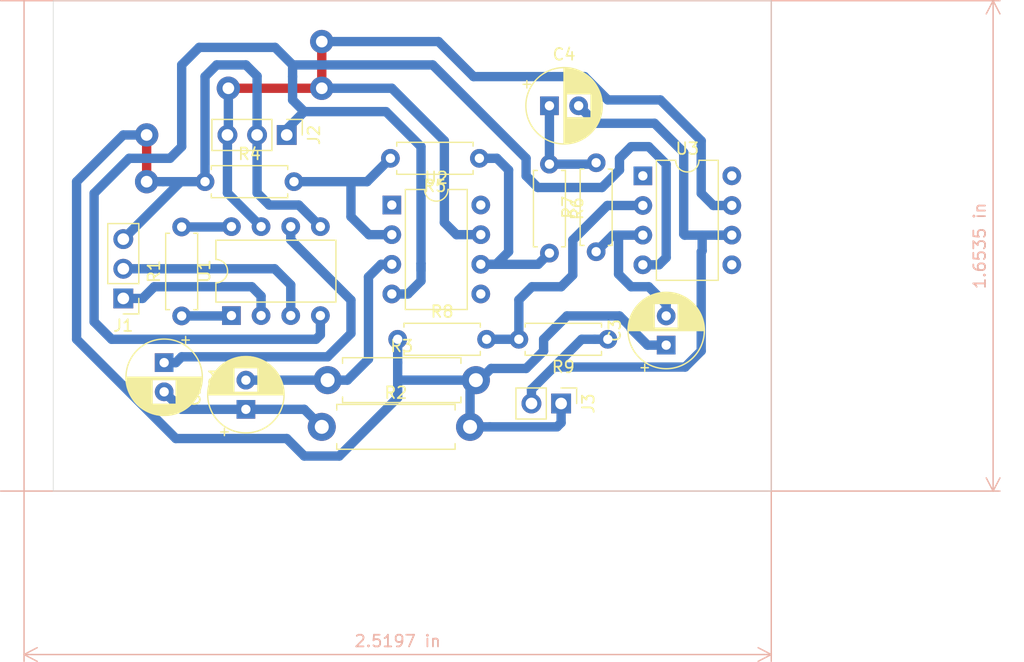
<source format=kicad_pcb>
(kicad_pcb (version 20171130) (host pcbnew 5.1.5-52549c5~86~ubuntu18.04.1)

  (general
    (thickness 1.6)
    (drawings 6)
    (tracks 187)
    (zones 0)
    (modules 19)
    (nets 23)
  )

  (page A4)
  (layers
    (0 F.Cu signal)
    (31 B.Cu signal)
    (32 B.Adhes user)
    (33 F.Adhes user)
    (34 B.Paste user)
    (35 F.Paste user)
    (36 B.SilkS user)
    (37 F.SilkS user)
    (38 B.Mask user)
    (39 F.Mask user)
    (40 Dwgs.User user)
    (41 Cmts.User user)
    (42 Eco1.User user)
    (43 Eco2.User user)
    (44 Edge.Cuts user)
    (45 Margin user)
    (46 B.CrtYd user)
    (47 F.CrtYd user)
    (48 B.Fab user)
    (49 F.Fab user)
  )

  (setup
    (last_trace_width 0.8)
    (user_trace_width 0.8)
    (user_trace_width 1)
    (trace_clearance 0.2)
    (zone_clearance 0.508)
    (zone_45_only no)
    (trace_min 0.2)
    (via_size 0.8)
    (via_drill 0.4)
    (via_min_size 0.4)
    (via_min_drill 0.3)
    (uvia_size 0.3)
    (uvia_drill 0.1)
    (uvias_allowed no)
    (uvia_min_size 0.2)
    (uvia_min_drill 0.1)
    (edge_width 0.05)
    (segment_width 0.2)
    (pcb_text_width 0.3)
    (pcb_text_size 1.5 1.5)
    (mod_edge_width 0.12)
    (mod_text_size 1 1)
    (mod_text_width 0.15)
    (pad_size 1.524 1.524)
    (pad_drill 0.762)
    (pad_to_mask_clearance 0.051)
    (solder_mask_min_width 0.25)
    (aux_axis_origin 0 0)
    (visible_elements FFFFFF7F)
    (pcbplotparams
      (layerselection 0x010fc_ffffffff)
      (usegerberextensions false)
      (usegerberattributes false)
      (usegerberadvancedattributes false)
      (creategerberjobfile false)
      (excludeedgelayer true)
      (linewidth 0.100000)
      (plotframeref false)
      (viasonmask false)
      (mode 1)
      (useauxorigin false)
      (hpglpennumber 1)
      (hpglpenspeed 20)
      (hpglpendiameter 15.000000)
      (psnegative false)
      (psa4output false)
      (plotreference true)
      (plotvalue true)
      (plotinvisibletext false)
      (padsonsilk false)
      (subtractmaskfromsilk false)
      (outputformat 1)
      (mirror false)
      (drillshape 1)
      (scaleselection 1)
      (outputdirectory ""))
  )

  (net 0 "")
  (net 1 "Net-(C1-Pad2)")
  (net 2 "Net-(C1-Pad1)")
  (net 3 "Net-(C2-Pad2)")
  (net 4 "Net-(C3-Pad2)")
  (net 5 Electrode_GND)
  (net 6 "Net-(C4-Pad2)")
  (net 7 "Net-(C4-Pad1)")
  (net 8 Electrode2)
  (net 9 Electrode1)
  (net 10 +9V)
  (net 11 -9V)
  (net 12 "Net-(R1-Pad2)")
  (net 13 "Net-(R1-Pad1)")
  (net 14 "Net-(R4-Pad2)")
  (net 15 "Net-(R5-Pad1)")
  (net 16 "Net-(R8-Pad2)")
  (net 17 "Net-(U2-Pad8)")
  (net 18 "Net-(U2-Pad5)")
  (net 19 "Net-(U2-Pad1)")
  (net 20 "Net-(U3-Pad8)")
  (net 21 "Net-(U3-Pad5)")
  (net 22 "Net-(U3-Pad1)")

  (net_class Default "This is the default net class."
    (clearance 0.2)
    (trace_width 0.25)
    (via_dia 0.8)
    (via_drill 0.4)
    (uvia_dia 0.3)
    (uvia_drill 0.1)
    (add_net +9V)
    (add_net -9V)
    (add_net Electrode1)
    (add_net Electrode2)
    (add_net Electrode_GND)
    (add_net "Net-(C1-Pad1)")
    (add_net "Net-(C1-Pad2)")
    (add_net "Net-(C2-Pad2)")
    (add_net "Net-(C3-Pad2)")
    (add_net "Net-(C4-Pad1)")
    (add_net "Net-(C4-Pad2)")
    (add_net "Net-(R1-Pad1)")
    (add_net "Net-(R1-Pad2)")
    (add_net "Net-(R4-Pad2)")
    (add_net "Net-(R5-Pad1)")
    (add_net "Net-(R8-Pad2)")
    (add_net "Net-(U2-Pad1)")
    (add_net "Net-(U2-Pad5)")
    (add_net "Net-(U2-Pad8)")
    (add_net "Net-(U3-Pad1)")
    (add_net "Net-(U3-Pad5)")
    (add_net "Net-(U3-Pad8)")
  )

  (module Resistor_THT:R_Axial_DIN0411_L9.9mm_D3.6mm_P12.70mm_Horizontal (layer F.Cu) (tedit 5AE5139B) (tstamp 5E4833BA)
    (at 144 105.5)
    (descr "Resistor, Axial_DIN0411 series, Axial, Horizontal, pin pitch=12.7mm, 1W, length*diameter=9.9*3.6mm^2")
    (tags "Resistor Axial_DIN0411 series Axial Horizontal pin pitch 12.7mm 1W length 9.9mm diameter 3.6mm")
    (path /5E49138A)
    (fp_text reference R3 (at 6.35 -2.92) (layer F.SilkS)
      (effects (font (size 1 1) (thickness 0.15)))
    )
    (fp_text value "1.5 MOhm" (at 6.35 2.92) (layer F.Fab)
      (effects (font (size 1 1) (thickness 0.15)))
    )
    (fp_text user %R (at 6.35 0) (layer F.Fab)
      (effects (font (size 1 1) (thickness 0.15)))
    )
    (fp_line (start 14.15 -2.05) (end -1.45 -2.05) (layer F.CrtYd) (width 0.05))
    (fp_line (start 14.15 2.05) (end 14.15 -2.05) (layer F.CrtYd) (width 0.05))
    (fp_line (start -1.45 2.05) (end 14.15 2.05) (layer F.CrtYd) (width 0.05))
    (fp_line (start -1.45 -2.05) (end -1.45 2.05) (layer F.CrtYd) (width 0.05))
    (fp_line (start 11.42 1.92) (end 11.42 1.44) (layer F.SilkS) (width 0.12))
    (fp_line (start 1.28 1.92) (end 11.42 1.92) (layer F.SilkS) (width 0.12))
    (fp_line (start 1.28 1.44) (end 1.28 1.92) (layer F.SilkS) (width 0.12))
    (fp_line (start 11.42 -1.92) (end 11.42 -1.44) (layer F.SilkS) (width 0.12))
    (fp_line (start 1.28 -1.92) (end 11.42 -1.92) (layer F.SilkS) (width 0.12))
    (fp_line (start 1.28 -1.44) (end 1.28 -1.92) (layer F.SilkS) (width 0.12))
    (fp_line (start 12.7 0) (end 11.3 0) (layer F.Fab) (width 0.1))
    (fp_line (start 0 0) (end 1.4 0) (layer F.Fab) (width 0.1))
    (fp_line (start 11.3 -1.8) (end 1.4 -1.8) (layer F.Fab) (width 0.1))
    (fp_line (start 11.3 1.8) (end 11.3 -1.8) (layer F.Fab) (width 0.1))
    (fp_line (start 1.4 1.8) (end 11.3 1.8) (layer F.Fab) (width 0.1))
    (fp_line (start 1.4 -1.8) (end 1.4 1.8) (layer F.Fab) (width 0.1))
    (pad 2 thru_hole oval (at 12.7 0) (size 2.4 2.4) (drill 1.2) (layers *.Cu *.Mask)
      (net 5 Electrode_GND))
    (pad 1 thru_hole circle (at 0 0) (size 2.4 2.4) (drill 1.2) (layers *.Cu *.Mask)
      (net 3 "Net-(C2-Pad2)"))
    (model ${KISYS3DMOD}/Resistor_THT.3dshapes/R_Axial_DIN0411_L9.9mm_D3.6mm_P12.70mm_Horizontal.wrl
      (at (xyz 0 0 0))
      (scale (xyz 1 1 1))
      (rotate (xyz 0 0 0))
    )
  )

  (module Connector_PinHeader_2.54mm:PinHeader_1x03_P2.54mm_Vertical (layer F.Cu) (tedit 59FED5CC) (tstamp 5E48335F)
    (at 140.5 84.5 270)
    (descr "Through hole straight pin header, 1x03, 2.54mm pitch, single row")
    (tags "Through hole pin header THT 1x03 2.54mm single row")
    (path /5E47FB19)
    (fp_text reference J2 (at 0 -2.33 90) (layer F.SilkS)
      (effects (font (size 1 1) (thickness 0.15)))
    )
    (fp_text value Conn_01x03_Male (at 0 7.41 90) (layer F.Fab)
      (effects (font (size 1 1) (thickness 0.15)))
    )
    (fp_text user %R (at 0 2.54) (layer F.Fab)
      (effects (font (size 1 1) (thickness 0.15)))
    )
    (fp_line (start 1.8 -1.8) (end -1.8 -1.8) (layer F.CrtYd) (width 0.05))
    (fp_line (start 1.8 6.85) (end 1.8 -1.8) (layer F.CrtYd) (width 0.05))
    (fp_line (start -1.8 6.85) (end 1.8 6.85) (layer F.CrtYd) (width 0.05))
    (fp_line (start -1.8 -1.8) (end -1.8 6.85) (layer F.CrtYd) (width 0.05))
    (fp_line (start -1.33 -1.33) (end 0 -1.33) (layer F.SilkS) (width 0.12))
    (fp_line (start -1.33 0) (end -1.33 -1.33) (layer F.SilkS) (width 0.12))
    (fp_line (start -1.33 1.27) (end 1.33 1.27) (layer F.SilkS) (width 0.12))
    (fp_line (start 1.33 1.27) (end 1.33 6.41) (layer F.SilkS) (width 0.12))
    (fp_line (start -1.33 1.27) (end -1.33 6.41) (layer F.SilkS) (width 0.12))
    (fp_line (start -1.33 6.41) (end 1.33 6.41) (layer F.SilkS) (width 0.12))
    (fp_line (start -1.27 -0.635) (end -0.635 -1.27) (layer F.Fab) (width 0.1))
    (fp_line (start -1.27 6.35) (end -1.27 -0.635) (layer F.Fab) (width 0.1))
    (fp_line (start 1.27 6.35) (end -1.27 6.35) (layer F.Fab) (width 0.1))
    (fp_line (start 1.27 -1.27) (end 1.27 6.35) (layer F.Fab) (width 0.1))
    (fp_line (start -0.635 -1.27) (end 1.27 -1.27) (layer F.Fab) (width 0.1))
    (pad 3 thru_hole oval (at 0 5.08 270) (size 1.7 1.7) (drill 1) (layers *.Cu *.Mask)
      (net 10 +9V))
    (pad 2 thru_hole oval (at 0 2.54 270) (size 1.7 1.7) (drill 1) (layers *.Cu *.Mask)
      (net 5 Electrode_GND))
    (pad 1 thru_hole rect (at 0 0 270) (size 1.7 1.7) (drill 1) (layers *.Cu *.Mask)
      (net 11 -9V))
    (model ${KISYS3DMOD}/Connector_PinHeader_2.54mm.3dshapes/PinHeader_1x03_P2.54mm_Vertical.wrl
      (at (xyz 0 0 0))
      (scale (xyz 1 1 1))
      (rotate (xyz 0 0 0))
    )
  )

  (module Connector_PinHeader_2.54mm:PinHeader_1x03_P2.54mm_Vertical (layer F.Cu) (tedit 59FED5CC) (tstamp 5E483348)
    (at 126.5 98.5 180)
    (descr "Through hole straight pin header, 1x03, 2.54mm pitch, single row")
    (tags "Through hole pin header THT 1x03 2.54mm single row")
    (path /5E485FB5)
    (fp_text reference J1 (at 0 -2.33) (layer F.SilkS)
      (effects (font (size 1 1) (thickness 0.15)))
    )
    (fp_text value Conn_01x03_Male (at 0 7.41) (layer F.Fab)
      (effects (font (size 1 1) (thickness 0.15)))
    )
    (fp_text user %R (at 0 2.54 90) (layer F.Fab)
      (effects (font (size 1 1) (thickness 0.15)))
    )
    (fp_line (start 1.8 -1.8) (end -1.8 -1.8) (layer F.CrtYd) (width 0.05))
    (fp_line (start 1.8 6.85) (end 1.8 -1.8) (layer F.CrtYd) (width 0.05))
    (fp_line (start -1.8 6.85) (end 1.8 6.85) (layer F.CrtYd) (width 0.05))
    (fp_line (start -1.8 -1.8) (end -1.8 6.85) (layer F.CrtYd) (width 0.05))
    (fp_line (start -1.33 -1.33) (end 0 -1.33) (layer F.SilkS) (width 0.12))
    (fp_line (start -1.33 0) (end -1.33 -1.33) (layer F.SilkS) (width 0.12))
    (fp_line (start -1.33 1.27) (end 1.33 1.27) (layer F.SilkS) (width 0.12))
    (fp_line (start 1.33 1.27) (end 1.33 6.41) (layer F.SilkS) (width 0.12))
    (fp_line (start -1.33 1.27) (end -1.33 6.41) (layer F.SilkS) (width 0.12))
    (fp_line (start -1.33 6.41) (end 1.33 6.41) (layer F.SilkS) (width 0.12))
    (fp_line (start -1.27 -0.635) (end -0.635 -1.27) (layer F.Fab) (width 0.1))
    (fp_line (start -1.27 6.35) (end -1.27 -0.635) (layer F.Fab) (width 0.1))
    (fp_line (start 1.27 6.35) (end -1.27 6.35) (layer F.Fab) (width 0.1))
    (fp_line (start 1.27 -1.27) (end 1.27 6.35) (layer F.Fab) (width 0.1))
    (fp_line (start -0.635 -1.27) (end 1.27 -1.27) (layer F.Fab) (width 0.1))
    (pad 3 thru_hole oval (at 0 5.08 180) (size 1.7 1.7) (drill 1) (layers *.Cu *.Mask)
      (net 5 Electrode_GND))
    (pad 2 thru_hole oval (at 0 2.54 180) (size 1.7 1.7) (drill 1) (layers *.Cu *.Mask)
      (net 8 Electrode2))
    (pad 1 thru_hole rect (at 0 0 180) (size 1.7 1.7) (drill 1) (layers *.Cu *.Mask)
      (net 9 Electrode1))
    (model ${KISYS3DMOD}/Connector_PinHeader_2.54mm.3dshapes/PinHeader_1x03_P2.54mm_Vertical.wrl
      (at (xyz 0 0 0))
      (scale (xyz 1 1 1))
      (rotate (xyz 0 0 0))
    )
  )

  (module Package_DIP:DIP-8_W7.62mm (layer F.Cu) (tedit 5A02E8C5) (tstamp 5E483498)
    (at 171 88)
    (descr "8-lead though-hole mounted DIP package, row spacing 7.62 mm (300 mils)")
    (tags "THT DIP DIL PDIP 2.54mm 7.62mm 300mil")
    (path /5E47DACF)
    (fp_text reference U3 (at 3.81 -2.33) (layer F.SilkS)
      (effects (font (size 1 1) (thickness 0.15)))
    )
    (fp_text value op37G (at 3.81 9.95) (layer F.Fab)
      (effects (font (size 1 1) (thickness 0.15)))
    )
    (fp_text user %R (at 3.81 3.81) (layer F.Fab)
      (effects (font (size 1 1) (thickness 0.15)))
    )
    (fp_line (start 8.7 -1.55) (end -1.1 -1.55) (layer F.CrtYd) (width 0.05))
    (fp_line (start 8.7 9.15) (end 8.7 -1.55) (layer F.CrtYd) (width 0.05))
    (fp_line (start -1.1 9.15) (end 8.7 9.15) (layer F.CrtYd) (width 0.05))
    (fp_line (start -1.1 -1.55) (end -1.1 9.15) (layer F.CrtYd) (width 0.05))
    (fp_line (start 6.46 -1.33) (end 4.81 -1.33) (layer F.SilkS) (width 0.12))
    (fp_line (start 6.46 8.95) (end 6.46 -1.33) (layer F.SilkS) (width 0.12))
    (fp_line (start 1.16 8.95) (end 6.46 8.95) (layer F.SilkS) (width 0.12))
    (fp_line (start 1.16 -1.33) (end 1.16 8.95) (layer F.SilkS) (width 0.12))
    (fp_line (start 2.81 -1.33) (end 1.16 -1.33) (layer F.SilkS) (width 0.12))
    (fp_line (start 0.635 -0.27) (end 1.635 -1.27) (layer F.Fab) (width 0.1))
    (fp_line (start 0.635 8.89) (end 0.635 -0.27) (layer F.Fab) (width 0.1))
    (fp_line (start 6.985 8.89) (end 0.635 8.89) (layer F.Fab) (width 0.1))
    (fp_line (start 6.985 -1.27) (end 6.985 8.89) (layer F.Fab) (width 0.1))
    (fp_line (start 1.635 -1.27) (end 6.985 -1.27) (layer F.Fab) (width 0.1))
    (fp_arc (start 3.81 -1.33) (end 2.81 -1.33) (angle -180) (layer F.SilkS) (width 0.12))
    (pad 8 thru_hole oval (at 7.62 0) (size 1.6 1.6) (drill 0.8) (layers *.Cu *.Mask)
      (net 20 "Net-(U3-Pad8)"))
    (pad 4 thru_hole oval (at 0 7.62) (size 1.6 1.6) (drill 0.8) (layers *.Cu *.Mask)
      (net 11 -9V))
    (pad 7 thru_hole oval (at 7.62 2.54) (size 1.6 1.6) (drill 0.8) (layers *.Cu *.Mask)
      (net 10 +9V))
    (pad 3 thru_hole oval (at 0 5.08) (size 1.6 1.6) (drill 0.8) (layers *.Cu *.Mask)
      (net 4 "Net-(C3-Pad2)"))
    (pad 6 thru_hole oval (at 7.62 5.08) (size 1.6 1.6) (drill 0.8) (layers *.Cu *.Mask)
      (net 6 "Net-(C4-Pad2)"))
    (pad 2 thru_hole oval (at 0 2.54) (size 1.6 1.6) (drill 0.8) (layers *.Cu *.Mask)
      (net 16 "Net-(R8-Pad2)"))
    (pad 5 thru_hole oval (at 7.62 7.62) (size 1.6 1.6) (drill 0.8) (layers *.Cu *.Mask)
      (net 21 "Net-(U3-Pad5)"))
    (pad 1 thru_hole rect (at 0 0) (size 1.6 1.6) (drill 0.8) (layers *.Cu *.Mask)
      (net 22 "Net-(U3-Pad1)"))
    (model ${KISYS3DMOD}/Package_DIP.3dshapes/DIP-8_W7.62mm.wrl
      (at (xyz 0 0 0))
      (scale (xyz 1 1 1))
      (rotate (xyz 0 0 0))
    )
  )

  (module Package_DIP:DIP-8_W7.62mm (layer F.Cu) (tedit 5A02E8C5) (tstamp 5E48347C)
    (at 149.5 90.5)
    (descr "8-lead though-hole mounted DIP package, row spacing 7.62 mm (300 mils)")
    (tags "THT DIP DIL PDIP 2.54mm 7.62mm 300mil")
    (path /5E47D3F8)
    (fp_text reference U2 (at 3.81 -2.33) (layer F.SilkS)
      (effects (font (size 1 1) (thickness 0.15)))
    )
    (fp_text value op37G (at 3.81 9.95) (layer F.Fab)
      (effects (font (size 1 1) (thickness 0.15)))
    )
    (fp_text user %R (at 3.81 3.81) (layer F.Fab)
      (effects (font (size 1 1) (thickness 0.15)))
    )
    (fp_line (start 8.7 -1.55) (end -1.1 -1.55) (layer F.CrtYd) (width 0.05))
    (fp_line (start 8.7 9.15) (end 8.7 -1.55) (layer F.CrtYd) (width 0.05))
    (fp_line (start -1.1 9.15) (end 8.7 9.15) (layer F.CrtYd) (width 0.05))
    (fp_line (start -1.1 -1.55) (end -1.1 9.15) (layer F.CrtYd) (width 0.05))
    (fp_line (start 6.46 -1.33) (end 4.81 -1.33) (layer F.SilkS) (width 0.12))
    (fp_line (start 6.46 8.95) (end 6.46 -1.33) (layer F.SilkS) (width 0.12))
    (fp_line (start 1.16 8.95) (end 6.46 8.95) (layer F.SilkS) (width 0.12))
    (fp_line (start 1.16 -1.33) (end 1.16 8.95) (layer F.SilkS) (width 0.12))
    (fp_line (start 2.81 -1.33) (end 1.16 -1.33) (layer F.SilkS) (width 0.12))
    (fp_line (start 0.635 -0.27) (end 1.635 -1.27) (layer F.Fab) (width 0.1))
    (fp_line (start 0.635 8.89) (end 0.635 -0.27) (layer F.Fab) (width 0.1))
    (fp_line (start 6.985 8.89) (end 0.635 8.89) (layer F.Fab) (width 0.1))
    (fp_line (start 6.985 -1.27) (end 6.985 8.89) (layer F.Fab) (width 0.1))
    (fp_line (start 1.635 -1.27) (end 6.985 -1.27) (layer F.Fab) (width 0.1))
    (fp_arc (start 3.81 -1.33) (end 2.81 -1.33) (angle -180) (layer F.SilkS) (width 0.12))
    (pad 8 thru_hole oval (at 7.62 0) (size 1.6 1.6) (drill 0.8) (layers *.Cu *.Mask)
      (net 17 "Net-(U2-Pad8)"))
    (pad 4 thru_hole oval (at 0 7.62) (size 1.6 1.6) (drill 0.8) (layers *.Cu *.Mask)
      (net 11 -9V))
    (pad 7 thru_hole oval (at 7.62 2.54) (size 1.6 1.6) (drill 0.8) (layers *.Cu *.Mask)
      (net 10 +9V))
    (pad 3 thru_hole oval (at 0 5.08) (size 1.6 1.6) (drill 0.8) (layers *.Cu *.Mask)
      (net 3 "Net-(C2-Pad2)"))
    (pad 6 thru_hole oval (at 7.62 5.08) (size 1.6 1.6) (drill 0.8) (layers *.Cu *.Mask)
      (net 15 "Net-(R5-Pad1)"))
    (pad 2 thru_hole oval (at 0 2.54) (size 1.6 1.6) (drill 0.8) (layers *.Cu *.Mask)
      (net 14 "Net-(R4-Pad2)"))
    (pad 5 thru_hole oval (at 7.62 7.62) (size 1.6 1.6) (drill 0.8) (layers *.Cu *.Mask)
      (net 18 "Net-(U2-Pad5)"))
    (pad 1 thru_hole rect (at 0 0) (size 1.6 1.6) (drill 0.8) (layers *.Cu *.Mask)
      (net 19 "Net-(U2-Pad1)"))
    (model ${KISYS3DMOD}/Package_DIP.3dshapes/DIP-8_W7.62mm.wrl
      (at (xyz 0 0 0))
      (scale (xyz 1 1 1))
      (rotate (xyz 0 0 0))
    )
  )

  (module Package_DIP:DIP-8_W7.62mm (layer F.Cu) (tedit 5A02E8C5) (tstamp 5E483460)
    (at 135.76166 99.97252 90)
    (descr "8-lead though-hole mounted DIP package, row spacing 7.62 mm (300 mils)")
    (tags "THT DIP DIL PDIP 2.54mm 7.62mm 300mil")
    (path /5E47C174)
    (fp_text reference U1 (at 3.81 -2.33 90) (layer F.SilkS)
      (effects (font (size 1 1) (thickness 0.15)))
    )
    (fp_text value AD620 (at 3.81 9.95 90) (layer F.Fab)
      (effects (font (size 1 1) (thickness 0.15)))
    )
    (fp_text user %R (at 3.81 3.81 90) (layer F.Fab)
      (effects (font (size 1 1) (thickness 0.15)))
    )
    (fp_line (start 8.7 -1.55) (end -1.1 -1.55) (layer F.CrtYd) (width 0.05))
    (fp_line (start 8.7 9.15) (end 8.7 -1.55) (layer F.CrtYd) (width 0.05))
    (fp_line (start -1.1 9.15) (end 8.7 9.15) (layer F.CrtYd) (width 0.05))
    (fp_line (start -1.1 -1.55) (end -1.1 9.15) (layer F.CrtYd) (width 0.05))
    (fp_line (start 6.46 -1.33) (end 4.81 -1.33) (layer F.SilkS) (width 0.12))
    (fp_line (start 6.46 8.95) (end 6.46 -1.33) (layer F.SilkS) (width 0.12))
    (fp_line (start 1.16 8.95) (end 6.46 8.95) (layer F.SilkS) (width 0.12))
    (fp_line (start 1.16 -1.33) (end 1.16 8.95) (layer F.SilkS) (width 0.12))
    (fp_line (start 2.81 -1.33) (end 1.16 -1.33) (layer F.SilkS) (width 0.12))
    (fp_line (start 0.635 -0.27) (end 1.635 -1.27) (layer F.Fab) (width 0.1))
    (fp_line (start 0.635 8.89) (end 0.635 -0.27) (layer F.Fab) (width 0.1))
    (fp_line (start 6.985 8.89) (end 0.635 8.89) (layer F.Fab) (width 0.1))
    (fp_line (start 6.985 -1.27) (end 6.985 8.89) (layer F.Fab) (width 0.1))
    (fp_line (start 1.635 -1.27) (end 6.985 -1.27) (layer F.Fab) (width 0.1))
    (fp_arc (start 3.81 -1.33) (end 2.81 -1.33) (angle -180) (layer F.SilkS) (width 0.12))
    (pad 8 thru_hole oval (at 7.62 0 90) (size 1.6 1.6) (drill 0.8) (layers *.Cu *.Mask)
      (net 12 "Net-(R1-Pad2)"))
    (pad 4 thru_hole oval (at 0 7.62 90) (size 1.6 1.6) (drill 0.8) (layers *.Cu *.Mask)
      (net 11 -9V))
    (pad 7 thru_hole oval (at 7.62 2.54 90) (size 1.6 1.6) (drill 0.8) (layers *.Cu *.Mask)
      (net 10 +9V))
    (pad 3 thru_hole oval (at 0 5.08 90) (size 1.6 1.6) (drill 0.8) (layers *.Cu *.Mask)
      (net 8 Electrode2))
    (pad 6 thru_hole oval (at 7.62 5.08 90) (size 1.6 1.6) (drill 0.8) (layers *.Cu *.Mask)
      (net 2 "Net-(C1-Pad1)"))
    (pad 2 thru_hole oval (at 0 2.54 90) (size 1.6 1.6) (drill 0.8) (layers *.Cu *.Mask)
      (net 9 Electrode1))
    (pad 5 thru_hole oval (at 7.62 7.62 90) (size 1.6 1.6) (drill 0.8) (layers *.Cu *.Mask)
      (net 5 Electrode_GND))
    (pad 1 thru_hole rect (at 0 0 90) (size 1.6 1.6) (drill 0.8) (layers *.Cu *.Mask)
      (net 13 "Net-(R1-Pad1)"))
    (model ${KISYS3DMOD}/Package_DIP.3dshapes/DIP-8_W7.62mm.wrl
      (at (xyz 0 0 0))
      (scale (xyz 1 1 1))
      (rotate (xyz 0 0 0))
    )
  )

  (module Resistor_THT:R_Axial_DIN0411_L9.9mm_D3.6mm_P12.70mm_Horizontal (layer F.Cu) (tedit 5AE5139B) (tstamp 5E4833A3)
    (at 143.5 109.5)
    (descr "Resistor, Axial_DIN0411 series, Axial, Horizontal, pin pitch=12.7mm, 1W, length*diameter=9.9*3.6mm^2")
    (tags "Resistor Axial_DIN0411 series Axial Horizontal pin pitch 12.7mm 1W length 9.9mm diameter 3.6mm")
    (path /5E490CED)
    (fp_text reference R2 (at 6.35 -2.92) (layer F.SilkS)
      (effects (font (size 1 1) (thickness 0.15)))
    )
    (fp_text value "1.5 MOhm" (at 6.35 2.92) (layer F.Fab)
      (effects (font (size 1 1) (thickness 0.15)))
    )
    (fp_text user %R (at 6.35 0) (layer F.Fab)
      (effects (font (size 1 1) (thickness 0.15)))
    )
    (fp_line (start 14.15 -2.05) (end -1.45 -2.05) (layer F.CrtYd) (width 0.05))
    (fp_line (start 14.15 2.05) (end 14.15 -2.05) (layer F.CrtYd) (width 0.05))
    (fp_line (start -1.45 2.05) (end 14.15 2.05) (layer F.CrtYd) (width 0.05))
    (fp_line (start -1.45 -2.05) (end -1.45 2.05) (layer F.CrtYd) (width 0.05))
    (fp_line (start 11.42 1.92) (end 11.42 1.44) (layer F.SilkS) (width 0.12))
    (fp_line (start 1.28 1.92) (end 11.42 1.92) (layer F.SilkS) (width 0.12))
    (fp_line (start 1.28 1.44) (end 1.28 1.92) (layer F.SilkS) (width 0.12))
    (fp_line (start 11.42 -1.92) (end 11.42 -1.44) (layer F.SilkS) (width 0.12))
    (fp_line (start 1.28 -1.92) (end 11.42 -1.92) (layer F.SilkS) (width 0.12))
    (fp_line (start 1.28 -1.44) (end 1.28 -1.92) (layer F.SilkS) (width 0.12))
    (fp_line (start 12.7 0) (end 11.3 0) (layer F.Fab) (width 0.1))
    (fp_line (start 0 0) (end 1.4 0) (layer F.Fab) (width 0.1))
    (fp_line (start 11.3 -1.8) (end 1.4 -1.8) (layer F.Fab) (width 0.1))
    (fp_line (start 11.3 1.8) (end 11.3 -1.8) (layer F.Fab) (width 0.1))
    (fp_line (start 1.4 1.8) (end 11.3 1.8) (layer F.Fab) (width 0.1))
    (fp_line (start 1.4 -1.8) (end 1.4 1.8) (layer F.Fab) (width 0.1))
    (pad 2 thru_hole oval (at 12.7 0) (size 2.4 2.4) (drill 1.2) (layers *.Cu *.Mask)
      (net 5 Electrode_GND))
    (pad 1 thru_hole circle (at 0 0) (size 2.4 2.4) (drill 1.2) (layers *.Cu *.Mask)
      (net 1 "Net-(C1-Pad2)"))
    (model ${KISYS3DMOD}/Resistor_THT.3dshapes/R_Axial_DIN0411_L9.9mm_D3.6mm_P12.70mm_Horizontal.wrl
      (at (xyz 0 0 0))
      (scale (xyz 1 1 1))
      (rotate (xyz 0 0 0))
    )
  )

  (module Connector_PinHeader_2.54mm:PinHeader_1x02_P2.54mm_Vertical (layer F.Cu) (tedit 59FED5CC) (tstamp 5E483375)
    (at 164 107.5 270)
    (descr "Through hole straight pin header, 1x02, 2.54mm pitch, single row")
    (tags "Through hole pin header THT 1x02 2.54mm single row")
    (path /5E4DB68D)
    (fp_text reference J3 (at 0 -2.33 90) (layer F.SilkS)
      (effects (font (size 1 1) (thickness 0.15)))
    )
    (fp_text value Conn_01x02_Male (at 0 4.87 90) (layer F.Fab)
      (effects (font (size 1 1) (thickness 0.15)))
    )
    (fp_text user %R (at 0 1.27) (layer F.Fab)
      (effects (font (size 1 1) (thickness 0.15)))
    )
    (fp_line (start 1.8 -1.8) (end -1.8 -1.8) (layer F.CrtYd) (width 0.05))
    (fp_line (start 1.8 4.35) (end 1.8 -1.8) (layer F.CrtYd) (width 0.05))
    (fp_line (start -1.8 4.35) (end 1.8 4.35) (layer F.CrtYd) (width 0.05))
    (fp_line (start -1.8 -1.8) (end -1.8 4.35) (layer F.CrtYd) (width 0.05))
    (fp_line (start -1.33 -1.33) (end 0 -1.33) (layer F.SilkS) (width 0.12))
    (fp_line (start -1.33 0) (end -1.33 -1.33) (layer F.SilkS) (width 0.12))
    (fp_line (start -1.33 1.27) (end 1.33 1.27) (layer F.SilkS) (width 0.12))
    (fp_line (start 1.33 1.27) (end 1.33 3.87) (layer F.SilkS) (width 0.12))
    (fp_line (start -1.33 1.27) (end -1.33 3.87) (layer F.SilkS) (width 0.12))
    (fp_line (start -1.33 3.87) (end 1.33 3.87) (layer F.SilkS) (width 0.12))
    (fp_line (start -1.27 -0.635) (end -0.635 -1.27) (layer F.Fab) (width 0.1))
    (fp_line (start -1.27 3.81) (end -1.27 -0.635) (layer F.Fab) (width 0.1))
    (fp_line (start 1.27 3.81) (end -1.27 3.81) (layer F.Fab) (width 0.1))
    (fp_line (start 1.27 -1.27) (end 1.27 3.81) (layer F.Fab) (width 0.1))
    (fp_line (start -0.635 -1.27) (end 1.27 -1.27) (layer F.Fab) (width 0.1))
    (pad 2 thru_hole oval (at 0 2.54 270) (size 1.7 1.7) (drill 1) (layers *.Cu *.Mask)
      (net 6 "Net-(C4-Pad2)"))
    (pad 1 thru_hole rect (at 0 0 270) (size 1.7 1.7) (drill 1) (layers *.Cu *.Mask)
      (net 5 Electrode_GND))
    (model ${KISYS3DMOD}/Connector_PinHeader_2.54mm.3dshapes/PinHeader_1x02_P2.54mm_Vertical.wrl
      (at (xyz 0 0 0))
      (scale (xyz 1 1 1))
      (rotate (xyz 0 0 0))
    )
  )

  (module Capacitor_THT:CP_Radial_D6.3mm_P2.50mm (layer F.Cu) (tedit 5AE50EF0) (tstamp 5E483331)
    (at 163 82)
    (descr "CP, Radial series, Radial, pin pitch=2.50mm, , diameter=6.3mm, Electrolytic Capacitor")
    (tags "CP Radial series Radial pin pitch 2.50mm  diameter 6.3mm Electrolytic Capacitor")
    (path /5E49A511)
    (fp_text reference C4 (at 1.25 -4.4) (layer F.SilkS)
      (effects (font (size 1 1) (thickness 0.15)))
    )
    (fp_text value "0.1 uF" (at 1.25 4.4) (layer F.Fab)
      (effects (font (size 1 1) (thickness 0.15)))
    )
    (fp_text user %R (at 1.25 0) (layer F.Fab)
      (effects (font (size 1 1) (thickness 0.15)))
    )
    (fp_line (start -1.935241 -2.154) (end -1.935241 -1.524) (layer F.SilkS) (width 0.12))
    (fp_line (start -2.250241 -1.839) (end -1.620241 -1.839) (layer F.SilkS) (width 0.12))
    (fp_line (start 4.491 -0.402) (end 4.491 0.402) (layer F.SilkS) (width 0.12))
    (fp_line (start 4.451 -0.633) (end 4.451 0.633) (layer F.SilkS) (width 0.12))
    (fp_line (start 4.411 -0.802) (end 4.411 0.802) (layer F.SilkS) (width 0.12))
    (fp_line (start 4.371 -0.94) (end 4.371 0.94) (layer F.SilkS) (width 0.12))
    (fp_line (start 4.331 -1.059) (end 4.331 1.059) (layer F.SilkS) (width 0.12))
    (fp_line (start 4.291 -1.165) (end 4.291 1.165) (layer F.SilkS) (width 0.12))
    (fp_line (start 4.251 -1.262) (end 4.251 1.262) (layer F.SilkS) (width 0.12))
    (fp_line (start 4.211 -1.35) (end 4.211 1.35) (layer F.SilkS) (width 0.12))
    (fp_line (start 4.171 -1.432) (end 4.171 1.432) (layer F.SilkS) (width 0.12))
    (fp_line (start 4.131 -1.509) (end 4.131 1.509) (layer F.SilkS) (width 0.12))
    (fp_line (start 4.091 -1.581) (end 4.091 1.581) (layer F.SilkS) (width 0.12))
    (fp_line (start 4.051 -1.65) (end 4.051 1.65) (layer F.SilkS) (width 0.12))
    (fp_line (start 4.011 -1.714) (end 4.011 1.714) (layer F.SilkS) (width 0.12))
    (fp_line (start 3.971 -1.776) (end 3.971 1.776) (layer F.SilkS) (width 0.12))
    (fp_line (start 3.931 -1.834) (end 3.931 1.834) (layer F.SilkS) (width 0.12))
    (fp_line (start 3.891 -1.89) (end 3.891 1.89) (layer F.SilkS) (width 0.12))
    (fp_line (start 3.851 -1.944) (end 3.851 1.944) (layer F.SilkS) (width 0.12))
    (fp_line (start 3.811 -1.995) (end 3.811 1.995) (layer F.SilkS) (width 0.12))
    (fp_line (start 3.771 -2.044) (end 3.771 2.044) (layer F.SilkS) (width 0.12))
    (fp_line (start 3.731 -2.092) (end 3.731 2.092) (layer F.SilkS) (width 0.12))
    (fp_line (start 3.691 -2.137) (end 3.691 2.137) (layer F.SilkS) (width 0.12))
    (fp_line (start 3.651 -2.182) (end 3.651 2.182) (layer F.SilkS) (width 0.12))
    (fp_line (start 3.611 -2.224) (end 3.611 2.224) (layer F.SilkS) (width 0.12))
    (fp_line (start 3.571 -2.265) (end 3.571 2.265) (layer F.SilkS) (width 0.12))
    (fp_line (start 3.531 1.04) (end 3.531 2.305) (layer F.SilkS) (width 0.12))
    (fp_line (start 3.531 -2.305) (end 3.531 -1.04) (layer F.SilkS) (width 0.12))
    (fp_line (start 3.491 1.04) (end 3.491 2.343) (layer F.SilkS) (width 0.12))
    (fp_line (start 3.491 -2.343) (end 3.491 -1.04) (layer F.SilkS) (width 0.12))
    (fp_line (start 3.451 1.04) (end 3.451 2.38) (layer F.SilkS) (width 0.12))
    (fp_line (start 3.451 -2.38) (end 3.451 -1.04) (layer F.SilkS) (width 0.12))
    (fp_line (start 3.411 1.04) (end 3.411 2.416) (layer F.SilkS) (width 0.12))
    (fp_line (start 3.411 -2.416) (end 3.411 -1.04) (layer F.SilkS) (width 0.12))
    (fp_line (start 3.371 1.04) (end 3.371 2.45) (layer F.SilkS) (width 0.12))
    (fp_line (start 3.371 -2.45) (end 3.371 -1.04) (layer F.SilkS) (width 0.12))
    (fp_line (start 3.331 1.04) (end 3.331 2.484) (layer F.SilkS) (width 0.12))
    (fp_line (start 3.331 -2.484) (end 3.331 -1.04) (layer F.SilkS) (width 0.12))
    (fp_line (start 3.291 1.04) (end 3.291 2.516) (layer F.SilkS) (width 0.12))
    (fp_line (start 3.291 -2.516) (end 3.291 -1.04) (layer F.SilkS) (width 0.12))
    (fp_line (start 3.251 1.04) (end 3.251 2.548) (layer F.SilkS) (width 0.12))
    (fp_line (start 3.251 -2.548) (end 3.251 -1.04) (layer F.SilkS) (width 0.12))
    (fp_line (start 3.211 1.04) (end 3.211 2.578) (layer F.SilkS) (width 0.12))
    (fp_line (start 3.211 -2.578) (end 3.211 -1.04) (layer F.SilkS) (width 0.12))
    (fp_line (start 3.171 1.04) (end 3.171 2.607) (layer F.SilkS) (width 0.12))
    (fp_line (start 3.171 -2.607) (end 3.171 -1.04) (layer F.SilkS) (width 0.12))
    (fp_line (start 3.131 1.04) (end 3.131 2.636) (layer F.SilkS) (width 0.12))
    (fp_line (start 3.131 -2.636) (end 3.131 -1.04) (layer F.SilkS) (width 0.12))
    (fp_line (start 3.091 1.04) (end 3.091 2.664) (layer F.SilkS) (width 0.12))
    (fp_line (start 3.091 -2.664) (end 3.091 -1.04) (layer F.SilkS) (width 0.12))
    (fp_line (start 3.051 1.04) (end 3.051 2.69) (layer F.SilkS) (width 0.12))
    (fp_line (start 3.051 -2.69) (end 3.051 -1.04) (layer F.SilkS) (width 0.12))
    (fp_line (start 3.011 1.04) (end 3.011 2.716) (layer F.SilkS) (width 0.12))
    (fp_line (start 3.011 -2.716) (end 3.011 -1.04) (layer F.SilkS) (width 0.12))
    (fp_line (start 2.971 1.04) (end 2.971 2.742) (layer F.SilkS) (width 0.12))
    (fp_line (start 2.971 -2.742) (end 2.971 -1.04) (layer F.SilkS) (width 0.12))
    (fp_line (start 2.931 1.04) (end 2.931 2.766) (layer F.SilkS) (width 0.12))
    (fp_line (start 2.931 -2.766) (end 2.931 -1.04) (layer F.SilkS) (width 0.12))
    (fp_line (start 2.891 1.04) (end 2.891 2.79) (layer F.SilkS) (width 0.12))
    (fp_line (start 2.891 -2.79) (end 2.891 -1.04) (layer F.SilkS) (width 0.12))
    (fp_line (start 2.851 1.04) (end 2.851 2.812) (layer F.SilkS) (width 0.12))
    (fp_line (start 2.851 -2.812) (end 2.851 -1.04) (layer F.SilkS) (width 0.12))
    (fp_line (start 2.811 1.04) (end 2.811 2.834) (layer F.SilkS) (width 0.12))
    (fp_line (start 2.811 -2.834) (end 2.811 -1.04) (layer F.SilkS) (width 0.12))
    (fp_line (start 2.771 1.04) (end 2.771 2.856) (layer F.SilkS) (width 0.12))
    (fp_line (start 2.771 -2.856) (end 2.771 -1.04) (layer F.SilkS) (width 0.12))
    (fp_line (start 2.731 1.04) (end 2.731 2.876) (layer F.SilkS) (width 0.12))
    (fp_line (start 2.731 -2.876) (end 2.731 -1.04) (layer F.SilkS) (width 0.12))
    (fp_line (start 2.691 1.04) (end 2.691 2.896) (layer F.SilkS) (width 0.12))
    (fp_line (start 2.691 -2.896) (end 2.691 -1.04) (layer F.SilkS) (width 0.12))
    (fp_line (start 2.651 1.04) (end 2.651 2.916) (layer F.SilkS) (width 0.12))
    (fp_line (start 2.651 -2.916) (end 2.651 -1.04) (layer F.SilkS) (width 0.12))
    (fp_line (start 2.611 1.04) (end 2.611 2.934) (layer F.SilkS) (width 0.12))
    (fp_line (start 2.611 -2.934) (end 2.611 -1.04) (layer F.SilkS) (width 0.12))
    (fp_line (start 2.571 1.04) (end 2.571 2.952) (layer F.SilkS) (width 0.12))
    (fp_line (start 2.571 -2.952) (end 2.571 -1.04) (layer F.SilkS) (width 0.12))
    (fp_line (start 2.531 1.04) (end 2.531 2.97) (layer F.SilkS) (width 0.12))
    (fp_line (start 2.531 -2.97) (end 2.531 -1.04) (layer F.SilkS) (width 0.12))
    (fp_line (start 2.491 1.04) (end 2.491 2.986) (layer F.SilkS) (width 0.12))
    (fp_line (start 2.491 -2.986) (end 2.491 -1.04) (layer F.SilkS) (width 0.12))
    (fp_line (start 2.451 1.04) (end 2.451 3.002) (layer F.SilkS) (width 0.12))
    (fp_line (start 2.451 -3.002) (end 2.451 -1.04) (layer F.SilkS) (width 0.12))
    (fp_line (start 2.411 1.04) (end 2.411 3.018) (layer F.SilkS) (width 0.12))
    (fp_line (start 2.411 -3.018) (end 2.411 -1.04) (layer F.SilkS) (width 0.12))
    (fp_line (start 2.371 1.04) (end 2.371 3.033) (layer F.SilkS) (width 0.12))
    (fp_line (start 2.371 -3.033) (end 2.371 -1.04) (layer F.SilkS) (width 0.12))
    (fp_line (start 2.331 1.04) (end 2.331 3.047) (layer F.SilkS) (width 0.12))
    (fp_line (start 2.331 -3.047) (end 2.331 -1.04) (layer F.SilkS) (width 0.12))
    (fp_line (start 2.291 1.04) (end 2.291 3.061) (layer F.SilkS) (width 0.12))
    (fp_line (start 2.291 -3.061) (end 2.291 -1.04) (layer F.SilkS) (width 0.12))
    (fp_line (start 2.251 1.04) (end 2.251 3.074) (layer F.SilkS) (width 0.12))
    (fp_line (start 2.251 -3.074) (end 2.251 -1.04) (layer F.SilkS) (width 0.12))
    (fp_line (start 2.211 1.04) (end 2.211 3.086) (layer F.SilkS) (width 0.12))
    (fp_line (start 2.211 -3.086) (end 2.211 -1.04) (layer F.SilkS) (width 0.12))
    (fp_line (start 2.171 1.04) (end 2.171 3.098) (layer F.SilkS) (width 0.12))
    (fp_line (start 2.171 -3.098) (end 2.171 -1.04) (layer F.SilkS) (width 0.12))
    (fp_line (start 2.131 1.04) (end 2.131 3.11) (layer F.SilkS) (width 0.12))
    (fp_line (start 2.131 -3.11) (end 2.131 -1.04) (layer F.SilkS) (width 0.12))
    (fp_line (start 2.091 1.04) (end 2.091 3.121) (layer F.SilkS) (width 0.12))
    (fp_line (start 2.091 -3.121) (end 2.091 -1.04) (layer F.SilkS) (width 0.12))
    (fp_line (start 2.051 1.04) (end 2.051 3.131) (layer F.SilkS) (width 0.12))
    (fp_line (start 2.051 -3.131) (end 2.051 -1.04) (layer F.SilkS) (width 0.12))
    (fp_line (start 2.011 1.04) (end 2.011 3.141) (layer F.SilkS) (width 0.12))
    (fp_line (start 2.011 -3.141) (end 2.011 -1.04) (layer F.SilkS) (width 0.12))
    (fp_line (start 1.971 1.04) (end 1.971 3.15) (layer F.SilkS) (width 0.12))
    (fp_line (start 1.971 -3.15) (end 1.971 -1.04) (layer F.SilkS) (width 0.12))
    (fp_line (start 1.93 1.04) (end 1.93 3.159) (layer F.SilkS) (width 0.12))
    (fp_line (start 1.93 -3.159) (end 1.93 -1.04) (layer F.SilkS) (width 0.12))
    (fp_line (start 1.89 1.04) (end 1.89 3.167) (layer F.SilkS) (width 0.12))
    (fp_line (start 1.89 -3.167) (end 1.89 -1.04) (layer F.SilkS) (width 0.12))
    (fp_line (start 1.85 1.04) (end 1.85 3.175) (layer F.SilkS) (width 0.12))
    (fp_line (start 1.85 -3.175) (end 1.85 -1.04) (layer F.SilkS) (width 0.12))
    (fp_line (start 1.81 1.04) (end 1.81 3.182) (layer F.SilkS) (width 0.12))
    (fp_line (start 1.81 -3.182) (end 1.81 -1.04) (layer F.SilkS) (width 0.12))
    (fp_line (start 1.77 1.04) (end 1.77 3.189) (layer F.SilkS) (width 0.12))
    (fp_line (start 1.77 -3.189) (end 1.77 -1.04) (layer F.SilkS) (width 0.12))
    (fp_line (start 1.73 1.04) (end 1.73 3.195) (layer F.SilkS) (width 0.12))
    (fp_line (start 1.73 -3.195) (end 1.73 -1.04) (layer F.SilkS) (width 0.12))
    (fp_line (start 1.69 1.04) (end 1.69 3.201) (layer F.SilkS) (width 0.12))
    (fp_line (start 1.69 -3.201) (end 1.69 -1.04) (layer F.SilkS) (width 0.12))
    (fp_line (start 1.65 1.04) (end 1.65 3.206) (layer F.SilkS) (width 0.12))
    (fp_line (start 1.65 -3.206) (end 1.65 -1.04) (layer F.SilkS) (width 0.12))
    (fp_line (start 1.61 1.04) (end 1.61 3.211) (layer F.SilkS) (width 0.12))
    (fp_line (start 1.61 -3.211) (end 1.61 -1.04) (layer F.SilkS) (width 0.12))
    (fp_line (start 1.57 1.04) (end 1.57 3.215) (layer F.SilkS) (width 0.12))
    (fp_line (start 1.57 -3.215) (end 1.57 -1.04) (layer F.SilkS) (width 0.12))
    (fp_line (start 1.53 1.04) (end 1.53 3.218) (layer F.SilkS) (width 0.12))
    (fp_line (start 1.53 -3.218) (end 1.53 -1.04) (layer F.SilkS) (width 0.12))
    (fp_line (start 1.49 1.04) (end 1.49 3.222) (layer F.SilkS) (width 0.12))
    (fp_line (start 1.49 -3.222) (end 1.49 -1.04) (layer F.SilkS) (width 0.12))
    (fp_line (start 1.45 -3.224) (end 1.45 3.224) (layer F.SilkS) (width 0.12))
    (fp_line (start 1.41 -3.227) (end 1.41 3.227) (layer F.SilkS) (width 0.12))
    (fp_line (start 1.37 -3.228) (end 1.37 3.228) (layer F.SilkS) (width 0.12))
    (fp_line (start 1.33 -3.23) (end 1.33 3.23) (layer F.SilkS) (width 0.12))
    (fp_line (start 1.29 -3.23) (end 1.29 3.23) (layer F.SilkS) (width 0.12))
    (fp_line (start 1.25 -3.23) (end 1.25 3.23) (layer F.SilkS) (width 0.12))
    (fp_line (start -1.128972 -1.6885) (end -1.128972 -1.0585) (layer F.Fab) (width 0.1))
    (fp_line (start -1.443972 -1.3735) (end -0.813972 -1.3735) (layer F.Fab) (width 0.1))
    (fp_circle (center 1.25 0) (end 4.65 0) (layer F.CrtYd) (width 0.05))
    (fp_circle (center 1.25 0) (end 4.52 0) (layer F.SilkS) (width 0.12))
    (fp_circle (center 1.25 0) (end 4.4 0) (layer F.Fab) (width 0.1))
    (pad 2 thru_hole circle (at 2.5 0) (size 1.6 1.6) (drill 0.8) (layers *.Cu *.Mask)
      (net 6 "Net-(C4-Pad2)"))
    (pad 1 thru_hole rect (at 0 0) (size 1.6 1.6) (drill 0.8) (layers *.Cu *.Mask)
      (net 7 "Net-(C4-Pad1)"))
    (model ${KISYS3DMOD}/Capacitor_THT.3dshapes/CP_Radial_D6.3mm_P2.50mm.wrl
      (at (xyz 0 0 0))
      (scale (xyz 1 1 1))
      (rotate (xyz 0 0 0))
    )
  )

  (module Capacitor_THT:CP_Radial_D6.3mm_P2.50mm (layer F.Cu) (tedit 5AE50EF0) (tstamp 5E48329D)
    (at 173 102.5 90)
    (descr "CP, Radial series, Radial, pin pitch=2.50mm, , diameter=6.3mm, Electrolytic Capacitor")
    (tags "CP Radial series Radial pin pitch 2.50mm  diameter 6.3mm Electrolytic Capacitor")
    (path /5E49AE10)
    (fp_text reference C3 (at 1.25 -4.4 90) (layer F.SilkS)
      (effects (font (size 1 1) (thickness 0.15)))
    )
    (fp_text value "0.1 uF" (at 1.25 4.4 90) (layer F.Fab)
      (effects (font (size 1 1) (thickness 0.15)))
    )
    (fp_text user %R (at 1.25 0 180) (layer F.Fab)
      (effects (font (size 1 1) (thickness 0.15)))
    )
    (fp_line (start -1.935241 -2.154) (end -1.935241 -1.524) (layer F.SilkS) (width 0.12))
    (fp_line (start -2.250241 -1.839) (end -1.620241 -1.839) (layer F.SilkS) (width 0.12))
    (fp_line (start 4.491 -0.402) (end 4.491 0.402) (layer F.SilkS) (width 0.12))
    (fp_line (start 4.451 -0.633) (end 4.451 0.633) (layer F.SilkS) (width 0.12))
    (fp_line (start 4.411 -0.802) (end 4.411 0.802) (layer F.SilkS) (width 0.12))
    (fp_line (start 4.371 -0.94) (end 4.371 0.94) (layer F.SilkS) (width 0.12))
    (fp_line (start 4.331 -1.059) (end 4.331 1.059) (layer F.SilkS) (width 0.12))
    (fp_line (start 4.291 -1.165) (end 4.291 1.165) (layer F.SilkS) (width 0.12))
    (fp_line (start 4.251 -1.262) (end 4.251 1.262) (layer F.SilkS) (width 0.12))
    (fp_line (start 4.211 -1.35) (end 4.211 1.35) (layer F.SilkS) (width 0.12))
    (fp_line (start 4.171 -1.432) (end 4.171 1.432) (layer F.SilkS) (width 0.12))
    (fp_line (start 4.131 -1.509) (end 4.131 1.509) (layer F.SilkS) (width 0.12))
    (fp_line (start 4.091 -1.581) (end 4.091 1.581) (layer F.SilkS) (width 0.12))
    (fp_line (start 4.051 -1.65) (end 4.051 1.65) (layer F.SilkS) (width 0.12))
    (fp_line (start 4.011 -1.714) (end 4.011 1.714) (layer F.SilkS) (width 0.12))
    (fp_line (start 3.971 -1.776) (end 3.971 1.776) (layer F.SilkS) (width 0.12))
    (fp_line (start 3.931 -1.834) (end 3.931 1.834) (layer F.SilkS) (width 0.12))
    (fp_line (start 3.891 -1.89) (end 3.891 1.89) (layer F.SilkS) (width 0.12))
    (fp_line (start 3.851 -1.944) (end 3.851 1.944) (layer F.SilkS) (width 0.12))
    (fp_line (start 3.811 -1.995) (end 3.811 1.995) (layer F.SilkS) (width 0.12))
    (fp_line (start 3.771 -2.044) (end 3.771 2.044) (layer F.SilkS) (width 0.12))
    (fp_line (start 3.731 -2.092) (end 3.731 2.092) (layer F.SilkS) (width 0.12))
    (fp_line (start 3.691 -2.137) (end 3.691 2.137) (layer F.SilkS) (width 0.12))
    (fp_line (start 3.651 -2.182) (end 3.651 2.182) (layer F.SilkS) (width 0.12))
    (fp_line (start 3.611 -2.224) (end 3.611 2.224) (layer F.SilkS) (width 0.12))
    (fp_line (start 3.571 -2.265) (end 3.571 2.265) (layer F.SilkS) (width 0.12))
    (fp_line (start 3.531 1.04) (end 3.531 2.305) (layer F.SilkS) (width 0.12))
    (fp_line (start 3.531 -2.305) (end 3.531 -1.04) (layer F.SilkS) (width 0.12))
    (fp_line (start 3.491 1.04) (end 3.491 2.343) (layer F.SilkS) (width 0.12))
    (fp_line (start 3.491 -2.343) (end 3.491 -1.04) (layer F.SilkS) (width 0.12))
    (fp_line (start 3.451 1.04) (end 3.451 2.38) (layer F.SilkS) (width 0.12))
    (fp_line (start 3.451 -2.38) (end 3.451 -1.04) (layer F.SilkS) (width 0.12))
    (fp_line (start 3.411 1.04) (end 3.411 2.416) (layer F.SilkS) (width 0.12))
    (fp_line (start 3.411 -2.416) (end 3.411 -1.04) (layer F.SilkS) (width 0.12))
    (fp_line (start 3.371 1.04) (end 3.371 2.45) (layer F.SilkS) (width 0.12))
    (fp_line (start 3.371 -2.45) (end 3.371 -1.04) (layer F.SilkS) (width 0.12))
    (fp_line (start 3.331 1.04) (end 3.331 2.484) (layer F.SilkS) (width 0.12))
    (fp_line (start 3.331 -2.484) (end 3.331 -1.04) (layer F.SilkS) (width 0.12))
    (fp_line (start 3.291 1.04) (end 3.291 2.516) (layer F.SilkS) (width 0.12))
    (fp_line (start 3.291 -2.516) (end 3.291 -1.04) (layer F.SilkS) (width 0.12))
    (fp_line (start 3.251 1.04) (end 3.251 2.548) (layer F.SilkS) (width 0.12))
    (fp_line (start 3.251 -2.548) (end 3.251 -1.04) (layer F.SilkS) (width 0.12))
    (fp_line (start 3.211 1.04) (end 3.211 2.578) (layer F.SilkS) (width 0.12))
    (fp_line (start 3.211 -2.578) (end 3.211 -1.04) (layer F.SilkS) (width 0.12))
    (fp_line (start 3.171 1.04) (end 3.171 2.607) (layer F.SilkS) (width 0.12))
    (fp_line (start 3.171 -2.607) (end 3.171 -1.04) (layer F.SilkS) (width 0.12))
    (fp_line (start 3.131 1.04) (end 3.131 2.636) (layer F.SilkS) (width 0.12))
    (fp_line (start 3.131 -2.636) (end 3.131 -1.04) (layer F.SilkS) (width 0.12))
    (fp_line (start 3.091 1.04) (end 3.091 2.664) (layer F.SilkS) (width 0.12))
    (fp_line (start 3.091 -2.664) (end 3.091 -1.04) (layer F.SilkS) (width 0.12))
    (fp_line (start 3.051 1.04) (end 3.051 2.69) (layer F.SilkS) (width 0.12))
    (fp_line (start 3.051 -2.69) (end 3.051 -1.04) (layer F.SilkS) (width 0.12))
    (fp_line (start 3.011 1.04) (end 3.011 2.716) (layer F.SilkS) (width 0.12))
    (fp_line (start 3.011 -2.716) (end 3.011 -1.04) (layer F.SilkS) (width 0.12))
    (fp_line (start 2.971 1.04) (end 2.971 2.742) (layer F.SilkS) (width 0.12))
    (fp_line (start 2.971 -2.742) (end 2.971 -1.04) (layer F.SilkS) (width 0.12))
    (fp_line (start 2.931 1.04) (end 2.931 2.766) (layer F.SilkS) (width 0.12))
    (fp_line (start 2.931 -2.766) (end 2.931 -1.04) (layer F.SilkS) (width 0.12))
    (fp_line (start 2.891 1.04) (end 2.891 2.79) (layer F.SilkS) (width 0.12))
    (fp_line (start 2.891 -2.79) (end 2.891 -1.04) (layer F.SilkS) (width 0.12))
    (fp_line (start 2.851 1.04) (end 2.851 2.812) (layer F.SilkS) (width 0.12))
    (fp_line (start 2.851 -2.812) (end 2.851 -1.04) (layer F.SilkS) (width 0.12))
    (fp_line (start 2.811 1.04) (end 2.811 2.834) (layer F.SilkS) (width 0.12))
    (fp_line (start 2.811 -2.834) (end 2.811 -1.04) (layer F.SilkS) (width 0.12))
    (fp_line (start 2.771 1.04) (end 2.771 2.856) (layer F.SilkS) (width 0.12))
    (fp_line (start 2.771 -2.856) (end 2.771 -1.04) (layer F.SilkS) (width 0.12))
    (fp_line (start 2.731 1.04) (end 2.731 2.876) (layer F.SilkS) (width 0.12))
    (fp_line (start 2.731 -2.876) (end 2.731 -1.04) (layer F.SilkS) (width 0.12))
    (fp_line (start 2.691 1.04) (end 2.691 2.896) (layer F.SilkS) (width 0.12))
    (fp_line (start 2.691 -2.896) (end 2.691 -1.04) (layer F.SilkS) (width 0.12))
    (fp_line (start 2.651 1.04) (end 2.651 2.916) (layer F.SilkS) (width 0.12))
    (fp_line (start 2.651 -2.916) (end 2.651 -1.04) (layer F.SilkS) (width 0.12))
    (fp_line (start 2.611 1.04) (end 2.611 2.934) (layer F.SilkS) (width 0.12))
    (fp_line (start 2.611 -2.934) (end 2.611 -1.04) (layer F.SilkS) (width 0.12))
    (fp_line (start 2.571 1.04) (end 2.571 2.952) (layer F.SilkS) (width 0.12))
    (fp_line (start 2.571 -2.952) (end 2.571 -1.04) (layer F.SilkS) (width 0.12))
    (fp_line (start 2.531 1.04) (end 2.531 2.97) (layer F.SilkS) (width 0.12))
    (fp_line (start 2.531 -2.97) (end 2.531 -1.04) (layer F.SilkS) (width 0.12))
    (fp_line (start 2.491 1.04) (end 2.491 2.986) (layer F.SilkS) (width 0.12))
    (fp_line (start 2.491 -2.986) (end 2.491 -1.04) (layer F.SilkS) (width 0.12))
    (fp_line (start 2.451 1.04) (end 2.451 3.002) (layer F.SilkS) (width 0.12))
    (fp_line (start 2.451 -3.002) (end 2.451 -1.04) (layer F.SilkS) (width 0.12))
    (fp_line (start 2.411 1.04) (end 2.411 3.018) (layer F.SilkS) (width 0.12))
    (fp_line (start 2.411 -3.018) (end 2.411 -1.04) (layer F.SilkS) (width 0.12))
    (fp_line (start 2.371 1.04) (end 2.371 3.033) (layer F.SilkS) (width 0.12))
    (fp_line (start 2.371 -3.033) (end 2.371 -1.04) (layer F.SilkS) (width 0.12))
    (fp_line (start 2.331 1.04) (end 2.331 3.047) (layer F.SilkS) (width 0.12))
    (fp_line (start 2.331 -3.047) (end 2.331 -1.04) (layer F.SilkS) (width 0.12))
    (fp_line (start 2.291 1.04) (end 2.291 3.061) (layer F.SilkS) (width 0.12))
    (fp_line (start 2.291 -3.061) (end 2.291 -1.04) (layer F.SilkS) (width 0.12))
    (fp_line (start 2.251 1.04) (end 2.251 3.074) (layer F.SilkS) (width 0.12))
    (fp_line (start 2.251 -3.074) (end 2.251 -1.04) (layer F.SilkS) (width 0.12))
    (fp_line (start 2.211 1.04) (end 2.211 3.086) (layer F.SilkS) (width 0.12))
    (fp_line (start 2.211 -3.086) (end 2.211 -1.04) (layer F.SilkS) (width 0.12))
    (fp_line (start 2.171 1.04) (end 2.171 3.098) (layer F.SilkS) (width 0.12))
    (fp_line (start 2.171 -3.098) (end 2.171 -1.04) (layer F.SilkS) (width 0.12))
    (fp_line (start 2.131 1.04) (end 2.131 3.11) (layer F.SilkS) (width 0.12))
    (fp_line (start 2.131 -3.11) (end 2.131 -1.04) (layer F.SilkS) (width 0.12))
    (fp_line (start 2.091 1.04) (end 2.091 3.121) (layer F.SilkS) (width 0.12))
    (fp_line (start 2.091 -3.121) (end 2.091 -1.04) (layer F.SilkS) (width 0.12))
    (fp_line (start 2.051 1.04) (end 2.051 3.131) (layer F.SilkS) (width 0.12))
    (fp_line (start 2.051 -3.131) (end 2.051 -1.04) (layer F.SilkS) (width 0.12))
    (fp_line (start 2.011 1.04) (end 2.011 3.141) (layer F.SilkS) (width 0.12))
    (fp_line (start 2.011 -3.141) (end 2.011 -1.04) (layer F.SilkS) (width 0.12))
    (fp_line (start 1.971 1.04) (end 1.971 3.15) (layer F.SilkS) (width 0.12))
    (fp_line (start 1.971 -3.15) (end 1.971 -1.04) (layer F.SilkS) (width 0.12))
    (fp_line (start 1.93 1.04) (end 1.93 3.159) (layer F.SilkS) (width 0.12))
    (fp_line (start 1.93 -3.159) (end 1.93 -1.04) (layer F.SilkS) (width 0.12))
    (fp_line (start 1.89 1.04) (end 1.89 3.167) (layer F.SilkS) (width 0.12))
    (fp_line (start 1.89 -3.167) (end 1.89 -1.04) (layer F.SilkS) (width 0.12))
    (fp_line (start 1.85 1.04) (end 1.85 3.175) (layer F.SilkS) (width 0.12))
    (fp_line (start 1.85 -3.175) (end 1.85 -1.04) (layer F.SilkS) (width 0.12))
    (fp_line (start 1.81 1.04) (end 1.81 3.182) (layer F.SilkS) (width 0.12))
    (fp_line (start 1.81 -3.182) (end 1.81 -1.04) (layer F.SilkS) (width 0.12))
    (fp_line (start 1.77 1.04) (end 1.77 3.189) (layer F.SilkS) (width 0.12))
    (fp_line (start 1.77 -3.189) (end 1.77 -1.04) (layer F.SilkS) (width 0.12))
    (fp_line (start 1.73 1.04) (end 1.73 3.195) (layer F.SilkS) (width 0.12))
    (fp_line (start 1.73 -3.195) (end 1.73 -1.04) (layer F.SilkS) (width 0.12))
    (fp_line (start 1.69 1.04) (end 1.69 3.201) (layer F.SilkS) (width 0.12))
    (fp_line (start 1.69 -3.201) (end 1.69 -1.04) (layer F.SilkS) (width 0.12))
    (fp_line (start 1.65 1.04) (end 1.65 3.206) (layer F.SilkS) (width 0.12))
    (fp_line (start 1.65 -3.206) (end 1.65 -1.04) (layer F.SilkS) (width 0.12))
    (fp_line (start 1.61 1.04) (end 1.61 3.211) (layer F.SilkS) (width 0.12))
    (fp_line (start 1.61 -3.211) (end 1.61 -1.04) (layer F.SilkS) (width 0.12))
    (fp_line (start 1.57 1.04) (end 1.57 3.215) (layer F.SilkS) (width 0.12))
    (fp_line (start 1.57 -3.215) (end 1.57 -1.04) (layer F.SilkS) (width 0.12))
    (fp_line (start 1.53 1.04) (end 1.53 3.218) (layer F.SilkS) (width 0.12))
    (fp_line (start 1.53 -3.218) (end 1.53 -1.04) (layer F.SilkS) (width 0.12))
    (fp_line (start 1.49 1.04) (end 1.49 3.222) (layer F.SilkS) (width 0.12))
    (fp_line (start 1.49 -3.222) (end 1.49 -1.04) (layer F.SilkS) (width 0.12))
    (fp_line (start 1.45 -3.224) (end 1.45 3.224) (layer F.SilkS) (width 0.12))
    (fp_line (start 1.41 -3.227) (end 1.41 3.227) (layer F.SilkS) (width 0.12))
    (fp_line (start 1.37 -3.228) (end 1.37 3.228) (layer F.SilkS) (width 0.12))
    (fp_line (start 1.33 -3.23) (end 1.33 3.23) (layer F.SilkS) (width 0.12))
    (fp_line (start 1.29 -3.23) (end 1.29 3.23) (layer F.SilkS) (width 0.12))
    (fp_line (start 1.25 -3.23) (end 1.25 3.23) (layer F.SilkS) (width 0.12))
    (fp_line (start -1.128972 -1.6885) (end -1.128972 -1.0585) (layer F.Fab) (width 0.1))
    (fp_line (start -1.443972 -1.3735) (end -0.813972 -1.3735) (layer F.Fab) (width 0.1))
    (fp_circle (center 1.25 0) (end 4.65 0) (layer F.CrtYd) (width 0.05))
    (fp_circle (center 1.25 0) (end 4.52 0) (layer F.SilkS) (width 0.12))
    (fp_circle (center 1.25 0) (end 4.4 0) (layer F.Fab) (width 0.1))
    (pad 2 thru_hole circle (at 2.5 0 90) (size 1.6 1.6) (drill 0.8) (layers *.Cu *.Mask)
      (net 4 "Net-(C3-Pad2)"))
    (pad 1 thru_hole rect (at 0 0 90) (size 1.6 1.6) (drill 0.8) (layers *.Cu *.Mask)
      (net 5 Electrode_GND))
    (model ${KISYS3DMOD}/Capacitor_THT.3dshapes/CP_Radial_D6.3mm_P2.50mm.wrl
      (at (xyz 0 0 0))
      (scale (xyz 1 1 1))
      (rotate (xyz 0 0 0))
    )
  )

  (module Capacitor_THT:CP_Radial_D6.3mm_P2.50mm (layer F.Cu) (tedit 5AE50EF0) (tstamp 5E483209)
    (at 137 108 90)
    (descr "CP, Radial series, Radial, pin pitch=2.50mm, , diameter=6.3mm, Electrolytic Capacitor")
    (tags "CP Radial series Radial pin pitch 2.50mm  diameter 6.3mm Electrolytic Capacitor")
    (path /5E49018B)
    (fp_text reference C2 (at 1.25 -4.4 90) (layer F.SilkS)
      (effects (font (size 1 1) (thickness 0.15)))
    )
    (fp_text value "01 uF" (at 1.25 4.4 90) (layer F.Fab)
      (effects (font (size 1 1) (thickness 0.15)))
    )
    (fp_text user %R (at 1.25 0 90) (layer F.Fab)
      (effects (font (size 1 1) (thickness 0.15)))
    )
    (fp_line (start -1.935241 -2.154) (end -1.935241 -1.524) (layer F.SilkS) (width 0.12))
    (fp_line (start -2.250241 -1.839) (end -1.620241 -1.839) (layer F.SilkS) (width 0.12))
    (fp_line (start 4.491 -0.402) (end 4.491 0.402) (layer F.SilkS) (width 0.12))
    (fp_line (start 4.451 -0.633) (end 4.451 0.633) (layer F.SilkS) (width 0.12))
    (fp_line (start 4.411 -0.802) (end 4.411 0.802) (layer F.SilkS) (width 0.12))
    (fp_line (start 4.371 -0.94) (end 4.371 0.94) (layer F.SilkS) (width 0.12))
    (fp_line (start 4.331 -1.059) (end 4.331 1.059) (layer F.SilkS) (width 0.12))
    (fp_line (start 4.291 -1.165) (end 4.291 1.165) (layer F.SilkS) (width 0.12))
    (fp_line (start 4.251 -1.262) (end 4.251 1.262) (layer F.SilkS) (width 0.12))
    (fp_line (start 4.211 -1.35) (end 4.211 1.35) (layer F.SilkS) (width 0.12))
    (fp_line (start 4.171 -1.432) (end 4.171 1.432) (layer F.SilkS) (width 0.12))
    (fp_line (start 4.131 -1.509) (end 4.131 1.509) (layer F.SilkS) (width 0.12))
    (fp_line (start 4.091 -1.581) (end 4.091 1.581) (layer F.SilkS) (width 0.12))
    (fp_line (start 4.051 -1.65) (end 4.051 1.65) (layer F.SilkS) (width 0.12))
    (fp_line (start 4.011 -1.714) (end 4.011 1.714) (layer F.SilkS) (width 0.12))
    (fp_line (start 3.971 -1.776) (end 3.971 1.776) (layer F.SilkS) (width 0.12))
    (fp_line (start 3.931 -1.834) (end 3.931 1.834) (layer F.SilkS) (width 0.12))
    (fp_line (start 3.891 -1.89) (end 3.891 1.89) (layer F.SilkS) (width 0.12))
    (fp_line (start 3.851 -1.944) (end 3.851 1.944) (layer F.SilkS) (width 0.12))
    (fp_line (start 3.811 -1.995) (end 3.811 1.995) (layer F.SilkS) (width 0.12))
    (fp_line (start 3.771 -2.044) (end 3.771 2.044) (layer F.SilkS) (width 0.12))
    (fp_line (start 3.731 -2.092) (end 3.731 2.092) (layer F.SilkS) (width 0.12))
    (fp_line (start 3.691 -2.137) (end 3.691 2.137) (layer F.SilkS) (width 0.12))
    (fp_line (start 3.651 -2.182) (end 3.651 2.182) (layer F.SilkS) (width 0.12))
    (fp_line (start 3.611 -2.224) (end 3.611 2.224) (layer F.SilkS) (width 0.12))
    (fp_line (start 3.571 -2.265) (end 3.571 2.265) (layer F.SilkS) (width 0.12))
    (fp_line (start 3.531 1.04) (end 3.531 2.305) (layer F.SilkS) (width 0.12))
    (fp_line (start 3.531 -2.305) (end 3.531 -1.04) (layer F.SilkS) (width 0.12))
    (fp_line (start 3.491 1.04) (end 3.491 2.343) (layer F.SilkS) (width 0.12))
    (fp_line (start 3.491 -2.343) (end 3.491 -1.04) (layer F.SilkS) (width 0.12))
    (fp_line (start 3.451 1.04) (end 3.451 2.38) (layer F.SilkS) (width 0.12))
    (fp_line (start 3.451 -2.38) (end 3.451 -1.04) (layer F.SilkS) (width 0.12))
    (fp_line (start 3.411 1.04) (end 3.411 2.416) (layer F.SilkS) (width 0.12))
    (fp_line (start 3.411 -2.416) (end 3.411 -1.04) (layer F.SilkS) (width 0.12))
    (fp_line (start 3.371 1.04) (end 3.371 2.45) (layer F.SilkS) (width 0.12))
    (fp_line (start 3.371 -2.45) (end 3.371 -1.04) (layer F.SilkS) (width 0.12))
    (fp_line (start 3.331 1.04) (end 3.331 2.484) (layer F.SilkS) (width 0.12))
    (fp_line (start 3.331 -2.484) (end 3.331 -1.04) (layer F.SilkS) (width 0.12))
    (fp_line (start 3.291 1.04) (end 3.291 2.516) (layer F.SilkS) (width 0.12))
    (fp_line (start 3.291 -2.516) (end 3.291 -1.04) (layer F.SilkS) (width 0.12))
    (fp_line (start 3.251 1.04) (end 3.251 2.548) (layer F.SilkS) (width 0.12))
    (fp_line (start 3.251 -2.548) (end 3.251 -1.04) (layer F.SilkS) (width 0.12))
    (fp_line (start 3.211 1.04) (end 3.211 2.578) (layer F.SilkS) (width 0.12))
    (fp_line (start 3.211 -2.578) (end 3.211 -1.04) (layer F.SilkS) (width 0.12))
    (fp_line (start 3.171 1.04) (end 3.171 2.607) (layer F.SilkS) (width 0.12))
    (fp_line (start 3.171 -2.607) (end 3.171 -1.04) (layer F.SilkS) (width 0.12))
    (fp_line (start 3.131 1.04) (end 3.131 2.636) (layer F.SilkS) (width 0.12))
    (fp_line (start 3.131 -2.636) (end 3.131 -1.04) (layer F.SilkS) (width 0.12))
    (fp_line (start 3.091 1.04) (end 3.091 2.664) (layer F.SilkS) (width 0.12))
    (fp_line (start 3.091 -2.664) (end 3.091 -1.04) (layer F.SilkS) (width 0.12))
    (fp_line (start 3.051 1.04) (end 3.051 2.69) (layer F.SilkS) (width 0.12))
    (fp_line (start 3.051 -2.69) (end 3.051 -1.04) (layer F.SilkS) (width 0.12))
    (fp_line (start 3.011 1.04) (end 3.011 2.716) (layer F.SilkS) (width 0.12))
    (fp_line (start 3.011 -2.716) (end 3.011 -1.04) (layer F.SilkS) (width 0.12))
    (fp_line (start 2.971 1.04) (end 2.971 2.742) (layer F.SilkS) (width 0.12))
    (fp_line (start 2.971 -2.742) (end 2.971 -1.04) (layer F.SilkS) (width 0.12))
    (fp_line (start 2.931 1.04) (end 2.931 2.766) (layer F.SilkS) (width 0.12))
    (fp_line (start 2.931 -2.766) (end 2.931 -1.04) (layer F.SilkS) (width 0.12))
    (fp_line (start 2.891 1.04) (end 2.891 2.79) (layer F.SilkS) (width 0.12))
    (fp_line (start 2.891 -2.79) (end 2.891 -1.04) (layer F.SilkS) (width 0.12))
    (fp_line (start 2.851 1.04) (end 2.851 2.812) (layer F.SilkS) (width 0.12))
    (fp_line (start 2.851 -2.812) (end 2.851 -1.04) (layer F.SilkS) (width 0.12))
    (fp_line (start 2.811 1.04) (end 2.811 2.834) (layer F.SilkS) (width 0.12))
    (fp_line (start 2.811 -2.834) (end 2.811 -1.04) (layer F.SilkS) (width 0.12))
    (fp_line (start 2.771 1.04) (end 2.771 2.856) (layer F.SilkS) (width 0.12))
    (fp_line (start 2.771 -2.856) (end 2.771 -1.04) (layer F.SilkS) (width 0.12))
    (fp_line (start 2.731 1.04) (end 2.731 2.876) (layer F.SilkS) (width 0.12))
    (fp_line (start 2.731 -2.876) (end 2.731 -1.04) (layer F.SilkS) (width 0.12))
    (fp_line (start 2.691 1.04) (end 2.691 2.896) (layer F.SilkS) (width 0.12))
    (fp_line (start 2.691 -2.896) (end 2.691 -1.04) (layer F.SilkS) (width 0.12))
    (fp_line (start 2.651 1.04) (end 2.651 2.916) (layer F.SilkS) (width 0.12))
    (fp_line (start 2.651 -2.916) (end 2.651 -1.04) (layer F.SilkS) (width 0.12))
    (fp_line (start 2.611 1.04) (end 2.611 2.934) (layer F.SilkS) (width 0.12))
    (fp_line (start 2.611 -2.934) (end 2.611 -1.04) (layer F.SilkS) (width 0.12))
    (fp_line (start 2.571 1.04) (end 2.571 2.952) (layer F.SilkS) (width 0.12))
    (fp_line (start 2.571 -2.952) (end 2.571 -1.04) (layer F.SilkS) (width 0.12))
    (fp_line (start 2.531 1.04) (end 2.531 2.97) (layer F.SilkS) (width 0.12))
    (fp_line (start 2.531 -2.97) (end 2.531 -1.04) (layer F.SilkS) (width 0.12))
    (fp_line (start 2.491 1.04) (end 2.491 2.986) (layer F.SilkS) (width 0.12))
    (fp_line (start 2.491 -2.986) (end 2.491 -1.04) (layer F.SilkS) (width 0.12))
    (fp_line (start 2.451 1.04) (end 2.451 3.002) (layer F.SilkS) (width 0.12))
    (fp_line (start 2.451 -3.002) (end 2.451 -1.04) (layer F.SilkS) (width 0.12))
    (fp_line (start 2.411 1.04) (end 2.411 3.018) (layer F.SilkS) (width 0.12))
    (fp_line (start 2.411 -3.018) (end 2.411 -1.04) (layer F.SilkS) (width 0.12))
    (fp_line (start 2.371 1.04) (end 2.371 3.033) (layer F.SilkS) (width 0.12))
    (fp_line (start 2.371 -3.033) (end 2.371 -1.04) (layer F.SilkS) (width 0.12))
    (fp_line (start 2.331 1.04) (end 2.331 3.047) (layer F.SilkS) (width 0.12))
    (fp_line (start 2.331 -3.047) (end 2.331 -1.04) (layer F.SilkS) (width 0.12))
    (fp_line (start 2.291 1.04) (end 2.291 3.061) (layer F.SilkS) (width 0.12))
    (fp_line (start 2.291 -3.061) (end 2.291 -1.04) (layer F.SilkS) (width 0.12))
    (fp_line (start 2.251 1.04) (end 2.251 3.074) (layer F.SilkS) (width 0.12))
    (fp_line (start 2.251 -3.074) (end 2.251 -1.04) (layer F.SilkS) (width 0.12))
    (fp_line (start 2.211 1.04) (end 2.211 3.086) (layer F.SilkS) (width 0.12))
    (fp_line (start 2.211 -3.086) (end 2.211 -1.04) (layer F.SilkS) (width 0.12))
    (fp_line (start 2.171 1.04) (end 2.171 3.098) (layer F.SilkS) (width 0.12))
    (fp_line (start 2.171 -3.098) (end 2.171 -1.04) (layer F.SilkS) (width 0.12))
    (fp_line (start 2.131 1.04) (end 2.131 3.11) (layer F.SilkS) (width 0.12))
    (fp_line (start 2.131 -3.11) (end 2.131 -1.04) (layer F.SilkS) (width 0.12))
    (fp_line (start 2.091 1.04) (end 2.091 3.121) (layer F.SilkS) (width 0.12))
    (fp_line (start 2.091 -3.121) (end 2.091 -1.04) (layer F.SilkS) (width 0.12))
    (fp_line (start 2.051 1.04) (end 2.051 3.131) (layer F.SilkS) (width 0.12))
    (fp_line (start 2.051 -3.131) (end 2.051 -1.04) (layer F.SilkS) (width 0.12))
    (fp_line (start 2.011 1.04) (end 2.011 3.141) (layer F.SilkS) (width 0.12))
    (fp_line (start 2.011 -3.141) (end 2.011 -1.04) (layer F.SilkS) (width 0.12))
    (fp_line (start 1.971 1.04) (end 1.971 3.15) (layer F.SilkS) (width 0.12))
    (fp_line (start 1.971 -3.15) (end 1.971 -1.04) (layer F.SilkS) (width 0.12))
    (fp_line (start 1.93 1.04) (end 1.93 3.159) (layer F.SilkS) (width 0.12))
    (fp_line (start 1.93 -3.159) (end 1.93 -1.04) (layer F.SilkS) (width 0.12))
    (fp_line (start 1.89 1.04) (end 1.89 3.167) (layer F.SilkS) (width 0.12))
    (fp_line (start 1.89 -3.167) (end 1.89 -1.04) (layer F.SilkS) (width 0.12))
    (fp_line (start 1.85 1.04) (end 1.85 3.175) (layer F.SilkS) (width 0.12))
    (fp_line (start 1.85 -3.175) (end 1.85 -1.04) (layer F.SilkS) (width 0.12))
    (fp_line (start 1.81 1.04) (end 1.81 3.182) (layer F.SilkS) (width 0.12))
    (fp_line (start 1.81 -3.182) (end 1.81 -1.04) (layer F.SilkS) (width 0.12))
    (fp_line (start 1.77 1.04) (end 1.77 3.189) (layer F.SilkS) (width 0.12))
    (fp_line (start 1.77 -3.189) (end 1.77 -1.04) (layer F.SilkS) (width 0.12))
    (fp_line (start 1.73 1.04) (end 1.73 3.195) (layer F.SilkS) (width 0.12))
    (fp_line (start 1.73 -3.195) (end 1.73 -1.04) (layer F.SilkS) (width 0.12))
    (fp_line (start 1.69 1.04) (end 1.69 3.201) (layer F.SilkS) (width 0.12))
    (fp_line (start 1.69 -3.201) (end 1.69 -1.04) (layer F.SilkS) (width 0.12))
    (fp_line (start 1.65 1.04) (end 1.65 3.206) (layer F.SilkS) (width 0.12))
    (fp_line (start 1.65 -3.206) (end 1.65 -1.04) (layer F.SilkS) (width 0.12))
    (fp_line (start 1.61 1.04) (end 1.61 3.211) (layer F.SilkS) (width 0.12))
    (fp_line (start 1.61 -3.211) (end 1.61 -1.04) (layer F.SilkS) (width 0.12))
    (fp_line (start 1.57 1.04) (end 1.57 3.215) (layer F.SilkS) (width 0.12))
    (fp_line (start 1.57 -3.215) (end 1.57 -1.04) (layer F.SilkS) (width 0.12))
    (fp_line (start 1.53 1.04) (end 1.53 3.218) (layer F.SilkS) (width 0.12))
    (fp_line (start 1.53 -3.218) (end 1.53 -1.04) (layer F.SilkS) (width 0.12))
    (fp_line (start 1.49 1.04) (end 1.49 3.222) (layer F.SilkS) (width 0.12))
    (fp_line (start 1.49 -3.222) (end 1.49 -1.04) (layer F.SilkS) (width 0.12))
    (fp_line (start 1.45 -3.224) (end 1.45 3.224) (layer F.SilkS) (width 0.12))
    (fp_line (start 1.41 -3.227) (end 1.41 3.227) (layer F.SilkS) (width 0.12))
    (fp_line (start 1.37 -3.228) (end 1.37 3.228) (layer F.SilkS) (width 0.12))
    (fp_line (start 1.33 -3.23) (end 1.33 3.23) (layer F.SilkS) (width 0.12))
    (fp_line (start 1.29 -3.23) (end 1.29 3.23) (layer F.SilkS) (width 0.12))
    (fp_line (start 1.25 -3.23) (end 1.25 3.23) (layer F.SilkS) (width 0.12))
    (fp_line (start -1.128972 -1.6885) (end -1.128972 -1.0585) (layer F.Fab) (width 0.1))
    (fp_line (start -1.443972 -1.3735) (end -0.813972 -1.3735) (layer F.Fab) (width 0.1))
    (fp_circle (center 1.25 0) (end 4.65 0) (layer F.CrtYd) (width 0.05))
    (fp_circle (center 1.25 0) (end 4.52 0) (layer F.SilkS) (width 0.12))
    (fp_circle (center 1.25 0) (end 4.4 0) (layer F.Fab) (width 0.1))
    (pad 2 thru_hole circle (at 2.5 0 90) (size 1.6 1.6) (drill 0.8) (layers *.Cu *.Mask)
      (net 3 "Net-(C2-Pad2)"))
    (pad 1 thru_hole rect (at 0 0 90) (size 1.6 1.6) (drill 0.8) (layers *.Cu *.Mask)
      (net 1 "Net-(C1-Pad2)"))
    (model ${KISYS3DMOD}/Capacitor_THT.3dshapes/CP_Radial_D6.3mm_P2.50mm.wrl
      (at (xyz 0 0 0))
      (scale (xyz 1 1 1))
      (rotate (xyz 0 0 0))
    )
  )

  (module Capacitor_THT:CP_Radial_D6.3mm_P2.50mm (layer F.Cu) (tedit 5AE50EF0) (tstamp 5E483175)
    (at 130 104 270)
    (descr "CP, Radial series, Radial, pin pitch=2.50mm, , diameter=6.3mm, Electrolytic Capacitor")
    (tags "CP Radial series Radial pin pitch 2.50mm  diameter 6.3mm Electrolytic Capacitor")
    (path /5E48F57C)
    (fp_text reference C1 (at 1.25 -4.4 90) (layer F.SilkS)
      (effects (font (size 1 1) (thickness 0.15)))
    )
    (fp_text value "0.1 uF" (at 1.25 4.4 90) (layer F.Fab)
      (effects (font (size 1 1) (thickness 0.15)))
    )
    (fp_text user %R (at 1.25 0 90) (layer F.Fab)
      (effects (font (size 1 1) (thickness 0.15)))
    )
    (fp_line (start -1.935241 -2.154) (end -1.935241 -1.524) (layer F.SilkS) (width 0.12))
    (fp_line (start -2.250241 -1.839) (end -1.620241 -1.839) (layer F.SilkS) (width 0.12))
    (fp_line (start 4.491 -0.402) (end 4.491 0.402) (layer F.SilkS) (width 0.12))
    (fp_line (start 4.451 -0.633) (end 4.451 0.633) (layer F.SilkS) (width 0.12))
    (fp_line (start 4.411 -0.802) (end 4.411 0.802) (layer F.SilkS) (width 0.12))
    (fp_line (start 4.371 -0.94) (end 4.371 0.94) (layer F.SilkS) (width 0.12))
    (fp_line (start 4.331 -1.059) (end 4.331 1.059) (layer F.SilkS) (width 0.12))
    (fp_line (start 4.291 -1.165) (end 4.291 1.165) (layer F.SilkS) (width 0.12))
    (fp_line (start 4.251 -1.262) (end 4.251 1.262) (layer F.SilkS) (width 0.12))
    (fp_line (start 4.211 -1.35) (end 4.211 1.35) (layer F.SilkS) (width 0.12))
    (fp_line (start 4.171 -1.432) (end 4.171 1.432) (layer F.SilkS) (width 0.12))
    (fp_line (start 4.131 -1.509) (end 4.131 1.509) (layer F.SilkS) (width 0.12))
    (fp_line (start 4.091 -1.581) (end 4.091 1.581) (layer F.SilkS) (width 0.12))
    (fp_line (start 4.051 -1.65) (end 4.051 1.65) (layer F.SilkS) (width 0.12))
    (fp_line (start 4.011 -1.714) (end 4.011 1.714) (layer F.SilkS) (width 0.12))
    (fp_line (start 3.971 -1.776) (end 3.971 1.776) (layer F.SilkS) (width 0.12))
    (fp_line (start 3.931 -1.834) (end 3.931 1.834) (layer F.SilkS) (width 0.12))
    (fp_line (start 3.891 -1.89) (end 3.891 1.89) (layer F.SilkS) (width 0.12))
    (fp_line (start 3.851 -1.944) (end 3.851 1.944) (layer F.SilkS) (width 0.12))
    (fp_line (start 3.811 -1.995) (end 3.811 1.995) (layer F.SilkS) (width 0.12))
    (fp_line (start 3.771 -2.044) (end 3.771 2.044) (layer F.SilkS) (width 0.12))
    (fp_line (start 3.731 -2.092) (end 3.731 2.092) (layer F.SilkS) (width 0.12))
    (fp_line (start 3.691 -2.137) (end 3.691 2.137) (layer F.SilkS) (width 0.12))
    (fp_line (start 3.651 -2.182) (end 3.651 2.182) (layer F.SilkS) (width 0.12))
    (fp_line (start 3.611 -2.224) (end 3.611 2.224) (layer F.SilkS) (width 0.12))
    (fp_line (start 3.571 -2.265) (end 3.571 2.265) (layer F.SilkS) (width 0.12))
    (fp_line (start 3.531 1.04) (end 3.531 2.305) (layer F.SilkS) (width 0.12))
    (fp_line (start 3.531 -2.305) (end 3.531 -1.04) (layer F.SilkS) (width 0.12))
    (fp_line (start 3.491 1.04) (end 3.491 2.343) (layer F.SilkS) (width 0.12))
    (fp_line (start 3.491 -2.343) (end 3.491 -1.04) (layer F.SilkS) (width 0.12))
    (fp_line (start 3.451 1.04) (end 3.451 2.38) (layer F.SilkS) (width 0.12))
    (fp_line (start 3.451 -2.38) (end 3.451 -1.04) (layer F.SilkS) (width 0.12))
    (fp_line (start 3.411 1.04) (end 3.411 2.416) (layer F.SilkS) (width 0.12))
    (fp_line (start 3.411 -2.416) (end 3.411 -1.04) (layer F.SilkS) (width 0.12))
    (fp_line (start 3.371 1.04) (end 3.371 2.45) (layer F.SilkS) (width 0.12))
    (fp_line (start 3.371 -2.45) (end 3.371 -1.04) (layer F.SilkS) (width 0.12))
    (fp_line (start 3.331 1.04) (end 3.331 2.484) (layer F.SilkS) (width 0.12))
    (fp_line (start 3.331 -2.484) (end 3.331 -1.04) (layer F.SilkS) (width 0.12))
    (fp_line (start 3.291 1.04) (end 3.291 2.516) (layer F.SilkS) (width 0.12))
    (fp_line (start 3.291 -2.516) (end 3.291 -1.04) (layer F.SilkS) (width 0.12))
    (fp_line (start 3.251 1.04) (end 3.251 2.548) (layer F.SilkS) (width 0.12))
    (fp_line (start 3.251 -2.548) (end 3.251 -1.04) (layer F.SilkS) (width 0.12))
    (fp_line (start 3.211 1.04) (end 3.211 2.578) (layer F.SilkS) (width 0.12))
    (fp_line (start 3.211 -2.578) (end 3.211 -1.04) (layer F.SilkS) (width 0.12))
    (fp_line (start 3.171 1.04) (end 3.171 2.607) (layer F.SilkS) (width 0.12))
    (fp_line (start 3.171 -2.607) (end 3.171 -1.04) (layer F.SilkS) (width 0.12))
    (fp_line (start 3.131 1.04) (end 3.131 2.636) (layer F.SilkS) (width 0.12))
    (fp_line (start 3.131 -2.636) (end 3.131 -1.04) (layer F.SilkS) (width 0.12))
    (fp_line (start 3.091 1.04) (end 3.091 2.664) (layer F.SilkS) (width 0.12))
    (fp_line (start 3.091 -2.664) (end 3.091 -1.04) (layer F.SilkS) (width 0.12))
    (fp_line (start 3.051 1.04) (end 3.051 2.69) (layer F.SilkS) (width 0.12))
    (fp_line (start 3.051 -2.69) (end 3.051 -1.04) (layer F.SilkS) (width 0.12))
    (fp_line (start 3.011 1.04) (end 3.011 2.716) (layer F.SilkS) (width 0.12))
    (fp_line (start 3.011 -2.716) (end 3.011 -1.04) (layer F.SilkS) (width 0.12))
    (fp_line (start 2.971 1.04) (end 2.971 2.742) (layer F.SilkS) (width 0.12))
    (fp_line (start 2.971 -2.742) (end 2.971 -1.04) (layer F.SilkS) (width 0.12))
    (fp_line (start 2.931 1.04) (end 2.931 2.766) (layer F.SilkS) (width 0.12))
    (fp_line (start 2.931 -2.766) (end 2.931 -1.04) (layer F.SilkS) (width 0.12))
    (fp_line (start 2.891 1.04) (end 2.891 2.79) (layer F.SilkS) (width 0.12))
    (fp_line (start 2.891 -2.79) (end 2.891 -1.04) (layer F.SilkS) (width 0.12))
    (fp_line (start 2.851 1.04) (end 2.851 2.812) (layer F.SilkS) (width 0.12))
    (fp_line (start 2.851 -2.812) (end 2.851 -1.04) (layer F.SilkS) (width 0.12))
    (fp_line (start 2.811 1.04) (end 2.811 2.834) (layer F.SilkS) (width 0.12))
    (fp_line (start 2.811 -2.834) (end 2.811 -1.04) (layer F.SilkS) (width 0.12))
    (fp_line (start 2.771 1.04) (end 2.771 2.856) (layer F.SilkS) (width 0.12))
    (fp_line (start 2.771 -2.856) (end 2.771 -1.04) (layer F.SilkS) (width 0.12))
    (fp_line (start 2.731 1.04) (end 2.731 2.876) (layer F.SilkS) (width 0.12))
    (fp_line (start 2.731 -2.876) (end 2.731 -1.04) (layer F.SilkS) (width 0.12))
    (fp_line (start 2.691 1.04) (end 2.691 2.896) (layer F.SilkS) (width 0.12))
    (fp_line (start 2.691 -2.896) (end 2.691 -1.04) (layer F.SilkS) (width 0.12))
    (fp_line (start 2.651 1.04) (end 2.651 2.916) (layer F.SilkS) (width 0.12))
    (fp_line (start 2.651 -2.916) (end 2.651 -1.04) (layer F.SilkS) (width 0.12))
    (fp_line (start 2.611 1.04) (end 2.611 2.934) (layer F.SilkS) (width 0.12))
    (fp_line (start 2.611 -2.934) (end 2.611 -1.04) (layer F.SilkS) (width 0.12))
    (fp_line (start 2.571 1.04) (end 2.571 2.952) (layer F.SilkS) (width 0.12))
    (fp_line (start 2.571 -2.952) (end 2.571 -1.04) (layer F.SilkS) (width 0.12))
    (fp_line (start 2.531 1.04) (end 2.531 2.97) (layer F.SilkS) (width 0.12))
    (fp_line (start 2.531 -2.97) (end 2.531 -1.04) (layer F.SilkS) (width 0.12))
    (fp_line (start 2.491 1.04) (end 2.491 2.986) (layer F.SilkS) (width 0.12))
    (fp_line (start 2.491 -2.986) (end 2.491 -1.04) (layer F.SilkS) (width 0.12))
    (fp_line (start 2.451 1.04) (end 2.451 3.002) (layer F.SilkS) (width 0.12))
    (fp_line (start 2.451 -3.002) (end 2.451 -1.04) (layer F.SilkS) (width 0.12))
    (fp_line (start 2.411 1.04) (end 2.411 3.018) (layer F.SilkS) (width 0.12))
    (fp_line (start 2.411 -3.018) (end 2.411 -1.04) (layer F.SilkS) (width 0.12))
    (fp_line (start 2.371 1.04) (end 2.371 3.033) (layer F.SilkS) (width 0.12))
    (fp_line (start 2.371 -3.033) (end 2.371 -1.04) (layer F.SilkS) (width 0.12))
    (fp_line (start 2.331 1.04) (end 2.331 3.047) (layer F.SilkS) (width 0.12))
    (fp_line (start 2.331 -3.047) (end 2.331 -1.04) (layer F.SilkS) (width 0.12))
    (fp_line (start 2.291 1.04) (end 2.291 3.061) (layer F.SilkS) (width 0.12))
    (fp_line (start 2.291 -3.061) (end 2.291 -1.04) (layer F.SilkS) (width 0.12))
    (fp_line (start 2.251 1.04) (end 2.251 3.074) (layer F.SilkS) (width 0.12))
    (fp_line (start 2.251 -3.074) (end 2.251 -1.04) (layer F.SilkS) (width 0.12))
    (fp_line (start 2.211 1.04) (end 2.211 3.086) (layer F.SilkS) (width 0.12))
    (fp_line (start 2.211 -3.086) (end 2.211 -1.04) (layer F.SilkS) (width 0.12))
    (fp_line (start 2.171 1.04) (end 2.171 3.098) (layer F.SilkS) (width 0.12))
    (fp_line (start 2.171 -3.098) (end 2.171 -1.04) (layer F.SilkS) (width 0.12))
    (fp_line (start 2.131 1.04) (end 2.131 3.11) (layer F.SilkS) (width 0.12))
    (fp_line (start 2.131 -3.11) (end 2.131 -1.04) (layer F.SilkS) (width 0.12))
    (fp_line (start 2.091 1.04) (end 2.091 3.121) (layer F.SilkS) (width 0.12))
    (fp_line (start 2.091 -3.121) (end 2.091 -1.04) (layer F.SilkS) (width 0.12))
    (fp_line (start 2.051 1.04) (end 2.051 3.131) (layer F.SilkS) (width 0.12))
    (fp_line (start 2.051 -3.131) (end 2.051 -1.04) (layer F.SilkS) (width 0.12))
    (fp_line (start 2.011 1.04) (end 2.011 3.141) (layer F.SilkS) (width 0.12))
    (fp_line (start 2.011 -3.141) (end 2.011 -1.04) (layer F.SilkS) (width 0.12))
    (fp_line (start 1.971 1.04) (end 1.971 3.15) (layer F.SilkS) (width 0.12))
    (fp_line (start 1.971 -3.15) (end 1.971 -1.04) (layer F.SilkS) (width 0.12))
    (fp_line (start 1.93 1.04) (end 1.93 3.159) (layer F.SilkS) (width 0.12))
    (fp_line (start 1.93 -3.159) (end 1.93 -1.04) (layer F.SilkS) (width 0.12))
    (fp_line (start 1.89 1.04) (end 1.89 3.167) (layer F.SilkS) (width 0.12))
    (fp_line (start 1.89 -3.167) (end 1.89 -1.04) (layer F.SilkS) (width 0.12))
    (fp_line (start 1.85 1.04) (end 1.85 3.175) (layer F.SilkS) (width 0.12))
    (fp_line (start 1.85 -3.175) (end 1.85 -1.04) (layer F.SilkS) (width 0.12))
    (fp_line (start 1.81 1.04) (end 1.81 3.182) (layer F.SilkS) (width 0.12))
    (fp_line (start 1.81 -3.182) (end 1.81 -1.04) (layer F.SilkS) (width 0.12))
    (fp_line (start 1.77 1.04) (end 1.77 3.189) (layer F.SilkS) (width 0.12))
    (fp_line (start 1.77 -3.189) (end 1.77 -1.04) (layer F.SilkS) (width 0.12))
    (fp_line (start 1.73 1.04) (end 1.73 3.195) (layer F.SilkS) (width 0.12))
    (fp_line (start 1.73 -3.195) (end 1.73 -1.04) (layer F.SilkS) (width 0.12))
    (fp_line (start 1.69 1.04) (end 1.69 3.201) (layer F.SilkS) (width 0.12))
    (fp_line (start 1.69 -3.201) (end 1.69 -1.04) (layer F.SilkS) (width 0.12))
    (fp_line (start 1.65 1.04) (end 1.65 3.206) (layer F.SilkS) (width 0.12))
    (fp_line (start 1.65 -3.206) (end 1.65 -1.04) (layer F.SilkS) (width 0.12))
    (fp_line (start 1.61 1.04) (end 1.61 3.211) (layer F.SilkS) (width 0.12))
    (fp_line (start 1.61 -3.211) (end 1.61 -1.04) (layer F.SilkS) (width 0.12))
    (fp_line (start 1.57 1.04) (end 1.57 3.215) (layer F.SilkS) (width 0.12))
    (fp_line (start 1.57 -3.215) (end 1.57 -1.04) (layer F.SilkS) (width 0.12))
    (fp_line (start 1.53 1.04) (end 1.53 3.218) (layer F.SilkS) (width 0.12))
    (fp_line (start 1.53 -3.218) (end 1.53 -1.04) (layer F.SilkS) (width 0.12))
    (fp_line (start 1.49 1.04) (end 1.49 3.222) (layer F.SilkS) (width 0.12))
    (fp_line (start 1.49 -3.222) (end 1.49 -1.04) (layer F.SilkS) (width 0.12))
    (fp_line (start 1.45 -3.224) (end 1.45 3.224) (layer F.SilkS) (width 0.12))
    (fp_line (start 1.41 -3.227) (end 1.41 3.227) (layer F.SilkS) (width 0.12))
    (fp_line (start 1.37 -3.228) (end 1.37 3.228) (layer F.SilkS) (width 0.12))
    (fp_line (start 1.33 -3.23) (end 1.33 3.23) (layer F.SilkS) (width 0.12))
    (fp_line (start 1.29 -3.23) (end 1.29 3.23) (layer F.SilkS) (width 0.12))
    (fp_line (start 1.25 -3.23) (end 1.25 3.23) (layer F.SilkS) (width 0.12))
    (fp_line (start -1.128972 -1.6885) (end -1.128972 -1.0585) (layer F.Fab) (width 0.1))
    (fp_line (start -1.443972 -1.3735) (end -0.813972 -1.3735) (layer F.Fab) (width 0.1))
    (fp_circle (center 1.25 0) (end 4.65 0) (layer F.CrtYd) (width 0.05))
    (fp_circle (center 1.25 0) (end 4.52 0) (layer F.SilkS) (width 0.12))
    (fp_circle (center 1.25 0) (end 4.4 0) (layer F.Fab) (width 0.1))
    (pad 2 thru_hole circle (at 2.5 0 270) (size 1.6 1.6) (drill 0.8) (layers *.Cu *.Mask)
      (net 1 "Net-(C1-Pad2)"))
    (pad 1 thru_hole rect (at 0 0 270) (size 1.6 1.6) (drill 0.8) (layers *.Cu *.Mask)
      (net 2 "Net-(C1-Pad1)"))
    (model ${KISYS3DMOD}/Capacitor_THT.3dshapes/CP_Radial_D6.3mm_P2.50mm.wrl
      (at (xyz 0 0 0))
      (scale (xyz 1 1 1))
      (rotate (xyz 0 0 0))
    )
  )

  (module Resistor_THT:R_Axial_DIN0207_L6.3mm_D2.5mm_P7.62mm_Horizontal (layer F.Cu) (tedit 5AE5139B) (tstamp 5E96F03B)
    (at 131.5 100 90)
    (descr "Resistor, Axial_DIN0207 series, Axial, Horizontal, pin pitch=7.62mm, 0.25W = 1/4W, length*diameter=6.3*2.5mm^2, http://cdn-reichelt.de/documents/datenblatt/B400/1_4W%23YAG.pdf")
    (tags "Resistor Axial_DIN0207 series Axial Horizontal pin pitch 7.62mm 0.25W = 1/4W length 6.3mm diameter 2.5mm")
    (path /5E47E754)
    (fp_text reference R1 (at 3.81 -2.37 90) (layer F.SilkS)
      (effects (font (size 1 1) (thickness 0.15)))
    )
    (fp_text value "100 Ohm" (at 3.81 2.37 90) (layer F.Fab)
      (effects (font (size 1 1) (thickness 0.15)))
    )
    (fp_line (start 0.66 -1.25) (end 0.66 1.25) (layer F.Fab) (width 0.1))
    (fp_line (start 0.66 1.25) (end 6.96 1.25) (layer F.Fab) (width 0.1))
    (fp_line (start 6.96 1.25) (end 6.96 -1.25) (layer F.Fab) (width 0.1))
    (fp_line (start 6.96 -1.25) (end 0.66 -1.25) (layer F.Fab) (width 0.1))
    (fp_line (start 0 0) (end 0.66 0) (layer F.Fab) (width 0.1))
    (fp_line (start 7.62 0) (end 6.96 0) (layer F.Fab) (width 0.1))
    (fp_line (start 0.54 -1.04) (end 0.54 -1.37) (layer F.SilkS) (width 0.12))
    (fp_line (start 0.54 -1.37) (end 7.08 -1.37) (layer F.SilkS) (width 0.12))
    (fp_line (start 7.08 -1.37) (end 7.08 -1.04) (layer F.SilkS) (width 0.12))
    (fp_line (start 0.54 1.04) (end 0.54 1.37) (layer F.SilkS) (width 0.12))
    (fp_line (start 0.54 1.37) (end 7.08 1.37) (layer F.SilkS) (width 0.12))
    (fp_line (start 7.08 1.37) (end 7.08 1.04) (layer F.SilkS) (width 0.12))
    (fp_line (start -1.05 -1.5) (end -1.05 1.5) (layer F.CrtYd) (width 0.05))
    (fp_line (start -1.05 1.5) (end 8.67 1.5) (layer F.CrtYd) (width 0.05))
    (fp_line (start 8.67 1.5) (end 8.67 -1.5) (layer F.CrtYd) (width 0.05))
    (fp_line (start 8.67 -1.5) (end -1.05 -1.5) (layer F.CrtYd) (width 0.05))
    (fp_text user %R (at 3.81 0 90) (layer F.Fab)
      (effects (font (size 1 1) (thickness 0.15)))
    )
    (pad 1 thru_hole circle (at 0 0 90) (size 1.6 1.6) (drill 0.8) (layers *.Cu *.Mask)
      (net 13 "Net-(R1-Pad1)"))
    (pad 2 thru_hole oval (at 7.62 0 90) (size 1.6 1.6) (drill 0.8) (layers *.Cu *.Mask)
      (net 12 "Net-(R1-Pad2)"))
    (model ${KISYS3DMOD}/Resistor_THT.3dshapes/R_Axial_DIN0207_L6.3mm_D2.5mm_P7.62mm_Horizontal.wrl
      (at (xyz 0 0 0))
      (scale (xyz 1 1 1))
      (rotate (xyz 0 0 0))
    )
  )

  (module Resistor_THT:R_Axial_DIN0207_L6.3mm_D2.5mm_P7.62mm_Horizontal (layer F.Cu) (tedit 5AE5139B) (tstamp 5E96F25B)
    (at 133.5 88.5)
    (descr "Resistor, Axial_DIN0207 series, Axial, Horizontal, pin pitch=7.62mm, 0.25W = 1/4W, length*diameter=6.3*2.5mm^2, http://cdn-reichelt.de/documents/datenblatt/B400/1_4W%23YAG.pdf")
    (tags "Resistor Axial_DIN0207 series Axial Horizontal pin pitch 7.62mm 0.25W = 1/4W length 6.3mm diameter 2.5mm")
    (path /5E491800)
    (fp_text reference R4 (at 3.81 -2.37) (layer F.SilkS)
      (effects (font (size 1 1) (thickness 0.15)))
    )
    (fp_text value "1 KOhm" (at 3.81 2.37) (layer F.Fab)
      (effects (font (size 1 1) (thickness 0.15)))
    )
    (fp_line (start 0.66 -1.25) (end 0.66 1.25) (layer F.Fab) (width 0.1))
    (fp_line (start 0.66 1.25) (end 6.96 1.25) (layer F.Fab) (width 0.1))
    (fp_line (start 6.96 1.25) (end 6.96 -1.25) (layer F.Fab) (width 0.1))
    (fp_line (start 6.96 -1.25) (end 0.66 -1.25) (layer F.Fab) (width 0.1))
    (fp_line (start 0 0) (end 0.66 0) (layer F.Fab) (width 0.1))
    (fp_line (start 7.62 0) (end 6.96 0) (layer F.Fab) (width 0.1))
    (fp_line (start 0.54 -1.04) (end 0.54 -1.37) (layer F.SilkS) (width 0.12))
    (fp_line (start 0.54 -1.37) (end 7.08 -1.37) (layer F.SilkS) (width 0.12))
    (fp_line (start 7.08 -1.37) (end 7.08 -1.04) (layer F.SilkS) (width 0.12))
    (fp_line (start 0.54 1.04) (end 0.54 1.37) (layer F.SilkS) (width 0.12))
    (fp_line (start 0.54 1.37) (end 7.08 1.37) (layer F.SilkS) (width 0.12))
    (fp_line (start 7.08 1.37) (end 7.08 1.04) (layer F.SilkS) (width 0.12))
    (fp_line (start -1.05 -1.5) (end -1.05 1.5) (layer F.CrtYd) (width 0.05))
    (fp_line (start -1.05 1.5) (end 8.67 1.5) (layer F.CrtYd) (width 0.05))
    (fp_line (start 8.67 1.5) (end 8.67 -1.5) (layer F.CrtYd) (width 0.05))
    (fp_line (start 8.67 -1.5) (end -1.05 -1.5) (layer F.CrtYd) (width 0.05))
    (fp_text user %R (at 3.81 0) (layer F.Fab)
      (effects (font (size 1 1) (thickness 0.15)))
    )
    (pad 1 thru_hole circle (at 0 0) (size 1.6 1.6) (drill 0.8) (layers *.Cu *.Mask)
      (net 5 Electrode_GND))
    (pad 2 thru_hole oval (at 7.62 0) (size 1.6 1.6) (drill 0.8) (layers *.Cu *.Mask)
      (net 14 "Net-(R4-Pad2)"))
    (model ${KISYS3DMOD}/Resistor_THT.3dshapes/R_Axial_DIN0207_L6.3mm_D2.5mm_P7.62mm_Horizontal.wrl
      (at (xyz 0 0 0))
      (scale (xyz 1 1 1))
      (rotate (xyz 0 0 0))
    )
  )

  (module Resistor_THT:R_Axial_DIN0207_L6.3mm_D2.5mm_P7.62mm_Horizontal (layer F.Cu) (tedit 5AE5139B) (tstamp 5E96F2CF)
    (at 157 86.5 180)
    (descr "Resistor, Axial_DIN0207 series, Axial, Horizontal, pin pitch=7.62mm, 0.25W = 1/4W, length*diameter=6.3*2.5mm^2, http://cdn-reichelt.de/documents/datenblatt/B400/1_4W%23YAG.pdf")
    (tags "Resistor Axial_DIN0207 series Axial Horizontal pin pitch 7.62mm 0.25W = 1/4W length 6.3mm diameter 2.5mm")
    (path /5E491B38)
    (fp_text reference R5 (at 3.81 -2.37) (layer F.SilkS)
      (effects (font (size 1 1) (thickness 0.15)))
    )
    (fp_text value "3.3 KOhm" (at 3.81 2.37) (layer F.Fab)
      (effects (font (size 1 1) (thickness 0.15)))
    )
    (fp_line (start 0.66 -1.25) (end 0.66 1.25) (layer F.Fab) (width 0.1))
    (fp_line (start 0.66 1.25) (end 6.96 1.25) (layer F.Fab) (width 0.1))
    (fp_line (start 6.96 1.25) (end 6.96 -1.25) (layer F.Fab) (width 0.1))
    (fp_line (start 6.96 -1.25) (end 0.66 -1.25) (layer F.Fab) (width 0.1))
    (fp_line (start 0 0) (end 0.66 0) (layer F.Fab) (width 0.1))
    (fp_line (start 7.62 0) (end 6.96 0) (layer F.Fab) (width 0.1))
    (fp_line (start 0.54 -1.04) (end 0.54 -1.37) (layer F.SilkS) (width 0.12))
    (fp_line (start 0.54 -1.37) (end 7.08 -1.37) (layer F.SilkS) (width 0.12))
    (fp_line (start 7.08 -1.37) (end 7.08 -1.04) (layer F.SilkS) (width 0.12))
    (fp_line (start 0.54 1.04) (end 0.54 1.37) (layer F.SilkS) (width 0.12))
    (fp_line (start 0.54 1.37) (end 7.08 1.37) (layer F.SilkS) (width 0.12))
    (fp_line (start 7.08 1.37) (end 7.08 1.04) (layer F.SilkS) (width 0.12))
    (fp_line (start -1.05 -1.5) (end -1.05 1.5) (layer F.CrtYd) (width 0.05))
    (fp_line (start -1.05 1.5) (end 8.67 1.5) (layer F.CrtYd) (width 0.05))
    (fp_line (start 8.67 1.5) (end 8.67 -1.5) (layer F.CrtYd) (width 0.05))
    (fp_line (start 8.67 -1.5) (end -1.05 -1.5) (layer F.CrtYd) (width 0.05))
    (fp_text user %R (at 3.81 0) (layer F.Fab)
      (effects (font (size 1 1) (thickness 0.15)))
    )
    (pad 1 thru_hole circle (at 0 0 180) (size 1.6 1.6) (drill 0.8) (layers *.Cu *.Mask)
      (net 15 "Net-(R5-Pad1)"))
    (pad 2 thru_hole oval (at 7.62 0 180) (size 1.6 1.6) (drill 0.8) (layers *.Cu *.Mask)
      (net 14 "Net-(R4-Pad2)"))
    (model ${KISYS3DMOD}/Resistor_THT.3dshapes/R_Axial_DIN0207_L6.3mm_D2.5mm_P7.62mm_Horizontal.wrl
      (at (xyz 0 0 0))
      (scale (xyz 1 1 1))
      (rotate (xyz 0 0 0))
    )
  )

  (module Resistor_THT:R_Axial_DIN0207_L6.3mm_D2.5mm_P7.62mm_Horizontal (layer F.Cu) (tedit 5AE5139B) (tstamp 5E96F4D0)
    (at 163 87 270)
    (descr "Resistor, Axial_DIN0207 series, Axial, Horizontal, pin pitch=7.62mm, 0.25W = 1/4W, length*diameter=6.3*2.5mm^2, http://cdn-reichelt.de/documents/datenblatt/B400/1_4W%23YAG.pdf")
    (tags "Resistor Axial_DIN0207 series Axial Horizontal pin pitch 7.62mm 0.25W = 1/4W length 6.3mm diameter 2.5mm")
    (path /5E49B704)
    (fp_text reference R6 (at 3.81 -2.37 90) (layer F.SilkS)
      (effects (font (size 1 1) (thickness 0.15)))
    )
    (fp_text value "16 KOhm" (at 3.81 2.37 90) (layer F.Fab)
      (effects (font (size 1 1) (thickness 0.15)))
    )
    (fp_line (start 0.66 -1.25) (end 0.66 1.25) (layer F.Fab) (width 0.1))
    (fp_line (start 0.66 1.25) (end 6.96 1.25) (layer F.Fab) (width 0.1))
    (fp_line (start 6.96 1.25) (end 6.96 -1.25) (layer F.Fab) (width 0.1))
    (fp_line (start 6.96 -1.25) (end 0.66 -1.25) (layer F.Fab) (width 0.1))
    (fp_line (start 0 0) (end 0.66 0) (layer F.Fab) (width 0.1))
    (fp_line (start 7.62 0) (end 6.96 0) (layer F.Fab) (width 0.1))
    (fp_line (start 0.54 -1.04) (end 0.54 -1.37) (layer F.SilkS) (width 0.12))
    (fp_line (start 0.54 -1.37) (end 7.08 -1.37) (layer F.SilkS) (width 0.12))
    (fp_line (start 7.08 -1.37) (end 7.08 -1.04) (layer F.SilkS) (width 0.12))
    (fp_line (start 0.54 1.04) (end 0.54 1.37) (layer F.SilkS) (width 0.12))
    (fp_line (start 0.54 1.37) (end 7.08 1.37) (layer F.SilkS) (width 0.12))
    (fp_line (start 7.08 1.37) (end 7.08 1.04) (layer F.SilkS) (width 0.12))
    (fp_line (start -1.05 -1.5) (end -1.05 1.5) (layer F.CrtYd) (width 0.05))
    (fp_line (start -1.05 1.5) (end 8.67 1.5) (layer F.CrtYd) (width 0.05))
    (fp_line (start 8.67 1.5) (end 8.67 -1.5) (layer F.CrtYd) (width 0.05))
    (fp_line (start 8.67 -1.5) (end -1.05 -1.5) (layer F.CrtYd) (width 0.05))
    (fp_text user %R (at 3.81 0 90) (layer F.Fab)
      (effects (font (size 1 1) (thickness 0.15)))
    )
    (pad 1 thru_hole circle (at 0 0 270) (size 1.6 1.6) (drill 0.8) (layers *.Cu *.Mask)
      (net 7 "Net-(C4-Pad1)"))
    (pad 2 thru_hole oval (at 7.62 0 270) (size 1.6 1.6) (drill 0.8) (layers *.Cu *.Mask)
      (net 15 "Net-(R5-Pad1)"))
    (model ${KISYS3DMOD}/Resistor_THT.3dshapes/R_Axial_DIN0207_L6.3mm_D2.5mm_P7.62mm_Horizontal.wrl
      (at (xyz 0 0 0))
      (scale (xyz 1 1 1))
      (rotate (xyz 0 0 0))
    )
  )

  (module Resistor_THT:R_Axial_DIN0207_L6.3mm_D2.5mm_P7.62mm_Horizontal (layer F.Cu) (tedit 5AE5139B) (tstamp 5E96F3C4)
    (at 167 94.5 90)
    (descr "Resistor, Axial_DIN0207 series, Axial, Horizontal, pin pitch=7.62mm, 0.25W = 1/4W, length*diameter=6.3*2.5mm^2, http://cdn-reichelt.de/documents/datenblatt/B400/1_4W%23YAG.pdf")
    (tags "Resistor Axial_DIN0207 series Axial Horizontal pin pitch 7.62mm 0.25W = 1/4W length 6.3mm diameter 2.5mm")
    (path /5E49B342)
    (fp_text reference R7 (at 3.81 -2.37 90) (layer F.SilkS)
      (effects (font (size 1 1) (thickness 0.15)))
    )
    (fp_text value "16 KOhm" (at 3.81 2.37 90) (layer F.Fab)
      (effects (font (size 1 1) (thickness 0.15)))
    )
    (fp_text user %R (at 3.81 0 90) (layer F.Fab)
      (effects (font (size 1 1) (thickness 0.15)))
    )
    (fp_line (start 8.67 -1.5) (end -1.05 -1.5) (layer F.CrtYd) (width 0.05))
    (fp_line (start 8.67 1.5) (end 8.67 -1.5) (layer F.CrtYd) (width 0.05))
    (fp_line (start -1.05 1.5) (end 8.67 1.5) (layer F.CrtYd) (width 0.05))
    (fp_line (start -1.05 -1.5) (end -1.05 1.5) (layer F.CrtYd) (width 0.05))
    (fp_line (start 7.08 1.37) (end 7.08 1.04) (layer F.SilkS) (width 0.12))
    (fp_line (start 0.54 1.37) (end 7.08 1.37) (layer F.SilkS) (width 0.12))
    (fp_line (start 0.54 1.04) (end 0.54 1.37) (layer F.SilkS) (width 0.12))
    (fp_line (start 7.08 -1.37) (end 7.08 -1.04) (layer F.SilkS) (width 0.12))
    (fp_line (start 0.54 -1.37) (end 7.08 -1.37) (layer F.SilkS) (width 0.12))
    (fp_line (start 0.54 -1.04) (end 0.54 -1.37) (layer F.SilkS) (width 0.12))
    (fp_line (start 7.62 0) (end 6.96 0) (layer F.Fab) (width 0.1))
    (fp_line (start 0 0) (end 0.66 0) (layer F.Fab) (width 0.1))
    (fp_line (start 6.96 -1.25) (end 0.66 -1.25) (layer F.Fab) (width 0.1))
    (fp_line (start 6.96 1.25) (end 6.96 -1.25) (layer F.Fab) (width 0.1))
    (fp_line (start 0.66 1.25) (end 6.96 1.25) (layer F.Fab) (width 0.1))
    (fp_line (start 0.66 -1.25) (end 0.66 1.25) (layer F.Fab) (width 0.1))
    (pad 2 thru_hole oval (at 7.62 0 90) (size 1.6 1.6) (drill 0.8) (layers *.Cu *.Mask)
      (net 7 "Net-(C4-Pad1)"))
    (pad 1 thru_hole circle (at 0 0 90) (size 1.6 1.6) (drill 0.8) (layers *.Cu *.Mask)
      (net 4 "Net-(C3-Pad2)"))
    (model ${KISYS3DMOD}/Resistor_THT.3dshapes/R_Axial_DIN0207_L6.3mm_D2.5mm_P7.62mm_Horizontal.wrl
      (at (xyz 0 0 0))
      (scale (xyz 1 1 1))
      (rotate (xyz 0 0 0))
    )
  )

  (module Resistor_THT:R_Axial_DIN0207_L6.3mm_D2.5mm_P7.62mm_Horizontal (layer F.Cu) (tedit 5AE5139B) (tstamp 5E96F585)
    (at 150 102)
    (descr "Resistor, Axial_DIN0207 series, Axial, Horizontal, pin pitch=7.62mm, 0.25W = 1/4W, length*diameter=6.3*2.5mm^2, http://cdn-reichelt.de/documents/datenblatt/B400/1_4W%23YAG.pdf")
    (tags "Resistor Axial_DIN0207 series Axial Horizontal pin pitch 7.62mm 0.25W = 1/4W length 6.3mm diameter 2.5mm")
    (path /5E496E2C)
    (fp_text reference R8 (at 3.81 -2.37) (layer F.SilkS)
      (effects (font (size 1 1) (thickness 0.15)))
    )
    (fp_text value "10 KOhm" (at 3.81 2.37) (layer F.Fab)
      (effects (font (size 1 1) (thickness 0.15)))
    )
    (fp_text user %R (at 3.81 0) (layer F.Fab)
      (effects (font (size 1 1) (thickness 0.15)))
    )
    (fp_line (start 8.67 -1.5) (end -1.05 -1.5) (layer F.CrtYd) (width 0.05))
    (fp_line (start 8.67 1.5) (end 8.67 -1.5) (layer F.CrtYd) (width 0.05))
    (fp_line (start -1.05 1.5) (end 8.67 1.5) (layer F.CrtYd) (width 0.05))
    (fp_line (start -1.05 -1.5) (end -1.05 1.5) (layer F.CrtYd) (width 0.05))
    (fp_line (start 7.08 1.37) (end 7.08 1.04) (layer F.SilkS) (width 0.12))
    (fp_line (start 0.54 1.37) (end 7.08 1.37) (layer F.SilkS) (width 0.12))
    (fp_line (start 0.54 1.04) (end 0.54 1.37) (layer F.SilkS) (width 0.12))
    (fp_line (start 7.08 -1.37) (end 7.08 -1.04) (layer F.SilkS) (width 0.12))
    (fp_line (start 0.54 -1.37) (end 7.08 -1.37) (layer F.SilkS) (width 0.12))
    (fp_line (start 0.54 -1.04) (end 0.54 -1.37) (layer F.SilkS) (width 0.12))
    (fp_line (start 7.62 0) (end 6.96 0) (layer F.Fab) (width 0.1))
    (fp_line (start 0 0) (end 0.66 0) (layer F.Fab) (width 0.1))
    (fp_line (start 6.96 -1.25) (end 0.66 -1.25) (layer F.Fab) (width 0.1))
    (fp_line (start 6.96 1.25) (end 6.96 -1.25) (layer F.Fab) (width 0.1))
    (fp_line (start 0.66 1.25) (end 6.96 1.25) (layer F.Fab) (width 0.1))
    (fp_line (start 0.66 -1.25) (end 0.66 1.25) (layer F.Fab) (width 0.1))
    (pad 2 thru_hole oval (at 7.62 0) (size 1.6 1.6) (drill 0.8) (layers *.Cu *.Mask)
      (net 16 "Net-(R8-Pad2)"))
    (pad 1 thru_hole circle (at 0 0) (size 1.6 1.6) (drill 0.8) (layers *.Cu *.Mask)
      (net 5 Electrode_GND))
    (model ${KISYS3DMOD}/Resistor_THT.3dshapes/R_Axial_DIN0207_L6.3mm_D2.5mm_P7.62mm_Horizontal.wrl
      (at (xyz 0 0 0))
      (scale (xyz 1 1 1))
      (rotate (xyz 0 0 0))
    )
  )

  (module Resistor_THT:R_Axial_DIN0207_L6.3mm_D2.5mm_P7.62mm_Horizontal (layer F.Cu) (tedit 5AE5139B) (tstamp 5E96F79B)
    (at 168 102 180)
    (descr "Resistor, Axial_DIN0207 series, Axial, Horizontal, pin pitch=7.62mm, 0.25W = 1/4W, length*diameter=6.3*2.5mm^2, http://cdn-reichelt.de/documents/datenblatt/B400/1_4W%23YAG.pdf")
    (tags "Resistor Axial_DIN0207 series Axial Horizontal pin pitch 7.62mm 0.25W = 1/4W length 6.3mm diameter 2.5mm")
    (path /5E496A1B)
    (fp_text reference R9 (at 3.81 -2.37) (layer F.SilkS)
      (effects (font (size 1 1) (thickness 0.15)))
    )
    (fp_text value "5 KOhm" (at 3.81 2.37) (layer F.Fab)
      (effects (font (size 1 1) (thickness 0.15)))
    )
    (fp_line (start 0.66 -1.25) (end 0.66 1.25) (layer F.Fab) (width 0.1))
    (fp_line (start 0.66 1.25) (end 6.96 1.25) (layer F.Fab) (width 0.1))
    (fp_line (start 6.96 1.25) (end 6.96 -1.25) (layer F.Fab) (width 0.1))
    (fp_line (start 6.96 -1.25) (end 0.66 -1.25) (layer F.Fab) (width 0.1))
    (fp_line (start 0 0) (end 0.66 0) (layer F.Fab) (width 0.1))
    (fp_line (start 7.62 0) (end 6.96 0) (layer F.Fab) (width 0.1))
    (fp_line (start 0.54 -1.04) (end 0.54 -1.37) (layer F.SilkS) (width 0.12))
    (fp_line (start 0.54 -1.37) (end 7.08 -1.37) (layer F.SilkS) (width 0.12))
    (fp_line (start 7.08 -1.37) (end 7.08 -1.04) (layer F.SilkS) (width 0.12))
    (fp_line (start 0.54 1.04) (end 0.54 1.37) (layer F.SilkS) (width 0.12))
    (fp_line (start 0.54 1.37) (end 7.08 1.37) (layer F.SilkS) (width 0.12))
    (fp_line (start 7.08 1.37) (end 7.08 1.04) (layer F.SilkS) (width 0.12))
    (fp_line (start -1.05 -1.5) (end -1.05 1.5) (layer F.CrtYd) (width 0.05))
    (fp_line (start -1.05 1.5) (end 8.67 1.5) (layer F.CrtYd) (width 0.05))
    (fp_line (start 8.67 1.5) (end 8.67 -1.5) (layer F.CrtYd) (width 0.05))
    (fp_line (start 8.67 -1.5) (end -1.05 -1.5) (layer F.CrtYd) (width 0.05))
    (fp_text user %R (at 3.81 0) (layer F.Fab)
      (effects (font (size 1 1) (thickness 0.15)))
    )
    (pad 1 thru_hole circle (at 0 0 180) (size 1.6 1.6) (drill 0.8) (layers *.Cu *.Mask)
      (net 6 "Net-(C4-Pad2)"))
    (pad 2 thru_hole oval (at 7.62 0 180) (size 1.6 1.6) (drill 0.8) (layers *.Cu *.Mask)
      (net 16 "Net-(R8-Pad2)"))
    (model ${KISYS3DMOD}/Resistor_THT.3dshapes/R_Axial_DIN0207_L6.3mm_D2.5mm_P7.62mm_Horizontal.wrl
      (at (xyz 0 0 0))
      (scale (xyz 1 1 1))
      (rotate (xyz 0 0 0))
    )
  )

  (gr_line (start 182 115) (end 120.5 115) (layer Edge.Cuts) (width 0.05) (tstamp 5E97010B))
  (gr_line (start 182 73) (end 182 115) (layer Edge.Cuts) (width 0.05))
  (gr_line (start 120.5 73) (end 182 73) (layer Edge.Cuts) (width 0.05))
  (gr_line (start 120.5 115) (end 120.5 73) (layer Edge.Cuts) (width 0.05))
  (dimension 64 (width 0.12) (layer B.SilkS)
    (gr_text "64.000 mm" (at 150 130.27) (layer B.SilkS)
      (effects (font (size 1 1) (thickness 0.15)))
    )
    (feature1 (pts (xy 182 73) (xy 182 129.586421)))
    (feature2 (pts (xy 118 73) (xy 118 129.586421)))
    (crossbar (pts (xy 118 129) (xy 182 129)))
    (arrow1a (pts (xy 182 129) (xy 180.873496 129.586421)))
    (arrow1b (pts (xy 182 129) (xy 180.873496 128.413579)))
    (arrow2a (pts (xy 118 129) (xy 119.126504 129.586421)))
    (arrow2b (pts (xy 118 129) (xy 119.126504 128.413579)))
  )
  (dimension 42 (width 0.12) (layer B.SilkS)
    (gr_text "42.000 mm" (at 202.27 94 270) (layer B.SilkS)
      (effects (font (size 1 1) (thickness 0.15)))
    )
    (feature1 (pts (xy 116 115) (xy 201.586421 115)))
    (feature2 (pts (xy 116 73) (xy 201.586421 73)))
    (crossbar (pts (xy 201 73) (xy 201 115)))
    (arrow1a (pts (xy 201 115) (xy 200.413579 113.873496)))
    (arrow1b (pts (xy 201 115) (xy 201.586421 113.873496)))
    (arrow2a (pts (xy 201 73) (xy 200.413579 74.126504)))
    (arrow2b (pts (xy 201 73) (xy 201.586421 74.126504)))
  )

  (segment (start 130 106.5) (end 131.5 108) (width 0.8) (layer B.Cu) (net 1))
  (segment (start 131.5 108) (end 137 108) (width 0.8) (layer B.Cu) (net 1))
  (segment (start 142 108) (end 143.5 109.5) (width 0.8) (layer B.Cu) (net 1))
  (segment (start 137 108) (end 142 108) (width 0.8) (layer B.Cu) (net 1))
  (segment (start 131 104) (end 130 104) (width 0.8) (layer B.Cu) (net 2))
  (segment (start 140.84166 93.48389) (end 146 98.64223) (width 0.8) (layer B.Cu) (net 2))
  (segment (start 140.84166 92.35252) (end 140.84166 93.48389) (width 0.8) (layer B.Cu) (net 2))
  (segment (start 146 98.64223) (end 146 101.5) (width 0.8) (layer B.Cu) (net 2))
  (segment (start 146 101.5) (end 144 103.5) (width 0.8) (layer B.Cu) (net 2))
  (segment (start 144 103.5) (end 131.5 103.5) (width 0.8) (layer B.Cu) (net 2))
  (segment (start 131.5 103.5) (end 131 104) (width 0.8) (layer B.Cu) (net 2))
  (segment (start 143.5 105.5) (end 144 106) (width 0.8) (layer B.Cu) (net 3))
  (segment (start 137 105.5) (end 144 105.5) (width 0.8) (layer B.Cu) (net 3))
  (segment (start 148.58 95.58) (end 149.5 95.58) (width 0.8) (layer B.Cu) (net 3))
  (segment (start 147.5 103.697056) (end 147.5 96.66) (width 0.8) (layer B.Cu) (net 3))
  (segment (start 147.5 96.66) (end 148.58 95.58) (width 0.8) (layer B.Cu) (net 3))
  (segment (start 144 105.5) (end 145.697056 105.5) (width 0.8) (layer B.Cu) (net 3))
  (segment (start 145.697056 105.5) (end 147.5 103.697056) (width 0.8) (layer B.Cu) (net 3))
  (segment (start 168.42 93.08) (end 167 94.5) (width 0.8) (layer B.Cu) (net 4))
  (segment (start 168.92 93.08) (end 168.92 96.42) (width 0.8) (layer B.Cu) (net 4))
  (segment (start 168.92 93.08) (end 168.42 93.08) (width 0.8) (layer B.Cu) (net 4))
  (segment (start 171 93.08) (end 168.92 93.08) (width 0.8) (layer B.Cu) (net 4))
  (segment (start 168.92 96.42) (end 170 97.5) (width 0.8) (layer B.Cu) (net 4))
  (segment (start 170 97.5) (end 171.5 97.5) (width 0.8) (layer B.Cu) (net 4))
  (segment (start 171.5 97.5) (end 173 99) (width 0.8) (layer B.Cu) (net 4))
  (segment (start 173 99) (end 173 100) (width 0.8) (layer B.Cu) (net 4))
  (segment (start 156.2 106) (end 156.7 105.5) (width 0.8) (layer B.Cu) (net 5))
  (segment (start 156.2 109.5) (end 156.2 106) (width 0.8) (layer B.Cu) (net 5))
  (segment (start 150 104) (end 150 102) (width 0.8) (layer B.Cu) (net 5))
  (segment (start 150 105.5) (end 156.7 105.5) (width 0.8) (layer B.Cu) (net 5))
  (segment (start 150 105.5) (end 150 104) (width 0.8) (layer B.Cu) (net 5))
  (segment (start 157.897056 109.5) (end 156.2 109.5) (width 0.8) (layer B.Cu) (net 5))
  (segment (start 163.65 109.5) (end 157.897056 109.5) (width 0.8) (layer B.Cu) (net 5))
  (segment (start 164 109.15) (end 163.65 109.5) (width 0.8) (layer B.Cu) (net 5))
  (segment (start 164 107.5) (end 164 109.15) (width 0.8) (layer B.Cu) (net 5))
  (segment (start 157 105.5) (end 158 104.5) (width 0.8) (layer B.Cu) (net 5))
  (segment (start 156.7 105.5) (end 157 105.5) (width 0.8) (layer B.Cu) (net 5))
  (segment (start 169 100) (end 170 101) (width 0.8) (layer B.Cu) (net 5))
  (segment (start 164.5 100) (end 169 100) (width 0.8) (layer B.Cu) (net 5))
  (segment (start 158 104.5) (end 161 104.5) (width 0.8) (layer B.Cu) (net 5))
  (segment (start 161 104.5) (end 162.5 103) (width 0.8) (layer B.Cu) (net 5))
  (segment (start 162.5 103) (end 162.5 102) (width 0.8) (layer B.Cu) (net 5))
  (segment (start 162.5 102) (end 164.5 100) (width 0.8) (layer B.Cu) (net 5))
  (via (at 128.5 88.5) (size 2) (drill 1) (layers F.Cu B.Cu) (net 5))
  (segment (start 131.42 88.5) (end 133.5 88.5) (width 0.8) (layer B.Cu) (net 5))
  (segment (start 126.5 93.42) (end 131.42 88.5) (width 0.8) (layer B.Cu) (net 5))
  (segment (start 129.914213 88.5) (end 131.42 88.5) (width 0.8) (layer B.Cu) (net 5))
  (segment (start 128.5 88.5) (end 129.914213 88.5) (width 0.8) (layer B.Cu) (net 5))
  (segment (start 139 90.5) (end 137.96 89.46) (width 0.8) (layer B.Cu) (net 5))
  (segment (start 143.38166 92.35252) (end 141.52914 90.5) (width 0.8) (layer B.Cu) (net 5))
  (segment (start 137.96 89.46) (end 137.96 84.5) (width 0.8) (layer B.Cu) (net 5))
  (segment (start 141.52914 90.5) (end 139 90.5) (width 0.8) (layer B.Cu) (net 5))
  (segment (start 137.96 84.5) (end 137.96 79.46) (width 0.8) (layer B.Cu) (net 5))
  (segment (start 137.96 79.46) (end 137 78.5) (width 0.8) (layer B.Cu) (net 5))
  (segment (start 137 78.5) (end 134.5 78.5) (width 0.8) (layer B.Cu) (net 5))
  (segment (start 133.5 79.5) (end 133.5 88.5) (width 0.8) (layer B.Cu) (net 5))
  (segment (start 134.5 78.5) (end 133.5 79.5) (width 0.8) (layer B.Cu) (net 5))
  (segment (start 150 107) (end 145 112) (width 0.8) (layer B.Cu) (net 5))
  (segment (start 150 105.5) (end 150 107) (width 0.8) (layer B.Cu) (net 5))
  (segment (start 145 112) (end 142 112) (width 0.8) (layer B.Cu) (net 5))
  (segment (start 142 112) (end 140.5 110.5) (width 0.8) (layer B.Cu) (net 5))
  (segment (start 140.5 110.5) (end 131 110.5) (width 0.8) (layer B.Cu) (net 5))
  (segment (start 131 110.5) (end 122.5 102) (width 0.8) (layer B.Cu) (net 5))
  (via (at 128.5 84.5) (size 2) (drill 1) (layers F.Cu B.Cu) (net 5))
  (segment (start 122.5 102) (end 122.5 88.5) (width 0.8) (layer B.Cu) (net 5))
  (segment (start 126.5 84.5) (end 128.5 84.5) (width 0.8) (layer B.Cu) (net 5))
  (segment (start 122.5 88.5) (end 126.5 84.5) (width 0.8) (layer B.Cu) (net 5))
  (segment (start 128.5 88.5) (end 128.5 84.5) (width 0.8) (layer F.Cu) (net 5))
  (segment (start 171.4 102.5) (end 173 102.5) (width 0.8) (layer B.Cu) (net 5))
  (segment (start 170 101.1) (end 171.4 102.5) (width 0.8) (layer B.Cu) (net 5))
  (segment (start 170 101) (end 170 101.1) (width 0.8) (layer B.Cu) (net 5))
  (segment (start 167.96 102.04) (end 168 102) (width 0.8) (layer B.Cu) (net 6))
  (segment (start 166.86863 102) (end 168 102) (width 0.8) (layer B.Cu) (net 6))
  (segment (start 165.757919 102) (end 166.86863 102) (width 0.8) (layer B.Cu) (net 6))
  (segment (start 161.46 107.5) (end 161.46 106.297919) (width 0.8) (layer B.Cu) (net 6))
  (segment (start 164.37896 103.37896) (end 165.757919 102) (width 0.8) (layer B.Cu) (net 6))
  (segment (start 177.42 93.08) (end 178.62 93.08) (width 0.8) (layer B.Cu) (net 6))
  (segment (start 163.37896 104.37896) (end 164.37896 103.37896) (width 0.8) (layer B.Cu) (net 6))
  (segment (start 161.46 106.297919) (end 163.37896 104.37896) (width 0.8) (layer B.Cu) (net 6))
  (segment (start 174.5 86) (end 172 83.5) (width 0.8) (layer B.Cu) (net 6))
  (segment (start 167 83.5) (end 165.5 82) (width 0.8) (layer B.Cu) (net 6))
  (segment (start 172 83.5) (end 167 83.5) (width 0.8) (layer B.Cu) (net 6))
  (segment (start 174.5 93) (end 174.5 86) (width 0.8) (layer B.Cu) (net 6))
  (segment (start 174.5 93) (end 174.58 93.08) (width 0.8) (layer B.Cu) (net 6))
  (segment (start 163.37896 104.37896) (end 174.62104 104.37896) (width 0.8) (layer B.Cu) (net 6))
  (segment (start 174.62104 104.37896) (end 176 103) (width 0.8) (layer B.Cu) (net 6))
  (segment (start 176 103) (end 176 94.5) (width 0.8) (layer B.Cu) (net 6))
  (segment (start 176.08 93.08) (end 176.08 94.42) (width 0.8) (layer B.Cu) (net 6))
  (segment (start 176.08 93.08) (end 178.62 93.08) (width 0.8) (layer B.Cu) (net 6))
  (segment (start 176.08 94.42) (end 176 94.5) (width 0.8) (layer B.Cu) (net 6))
  (segment (start 174.58 93.08) (end 176.08 93.08) (width 0.8) (layer B.Cu) (net 6))
  (segment (start 163 87) (end 163 82) (width 0.8) (layer B.Cu) (net 7))
  (segment (start 166.88 87) (end 167 86.88) (width 0.8) (layer B.Cu) (net 7))
  (segment (start 163 87) (end 166.88 87) (width 0.8) (layer B.Cu) (net 7))
  (segment (start 126.5 95.96) (end 139.46 95.96) (width 0.8) (layer B.Cu) (net 8))
  (segment (start 140.84166 97.34166) (end 140.84166 99.97252) (width 0.8) (layer B.Cu) (net 8))
  (segment (start 139.46 95.96) (end 140.84166 97.34166) (width 0.8) (layer B.Cu) (net 8))
  (segment (start 128.15 98.5) (end 129.15 97.5) (width 0.8) (layer B.Cu) (net 9))
  (segment (start 126.5 98.5) (end 128.15 98.5) (width 0.8) (layer B.Cu) (net 9))
  (segment (start 129.15 97.5) (end 137.5 97.5) (width 0.8) (layer B.Cu) (net 9))
  (segment (start 138.30166 98.30166) (end 138.30166 99.97252) (width 0.8) (layer B.Cu) (net 9))
  (segment (start 137.5 97.5) (end 138.30166 98.30166) (width 0.8) (layer B.Cu) (net 9))
  (via (at 143.5 80.5) (size 2) (drill 1) (layers F.Cu B.Cu) (net 10) (tstamp 5E96D624))
  (via (at 143.5 76.5) (size 2) (drill 1) (layers F.Cu B.Cu) (net 10))
  (via (at 135.5 80.5) (size 2) (drill 1) (layers F.Cu B.Cu) (net 10))
  (segment (start 135.42 89.47086) (end 135.42 84.5) (width 0.8) (layer B.Cu) (net 10))
  (segment (start 138.30166 92.35252) (end 135.42 89.47086) (width 0.8) (layer B.Cu) (net 10))
  (segment (start 135.5 84.42) (end 135.42 84.5) (width 0.8) (layer B.Cu) (net 10))
  (segment (start 135.5 80.5) (end 135.5 84.42) (width 0.8) (layer B.Cu) (net 10))
  (segment (start 155.04 93.04) (end 157.12 93.04) (width 0.8) (layer B.Cu) (net 10))
  (segment (start 154 92) (end 155.04 93.04) (width 0.8) (layer B.Cu) (net 10))
  (segment (start 154 92) (end 154 85) (width 0.8) (layer B.Cu) (net 10))
  (segment (start 149.5 80.5) (end 143.5 80.5) (width 0.8) (layer B.Cu) (net 10))
  (segment (start 154 85) (end 149.5 80.5) (width 0.8) (layer B.Cu) (net 10))
  (segment (start 177.04 90.54) (end 178.62 90.54) (width 0.8) (layer B.Cu) (net 10))
  (segment (start 176 89.5) (end 177.04 90.54) (width 0.8) (layer B.Cu) (net 10))
  (segment (start 176 85) (end 176 89.5) (width 0.8) (layer B.Cu) (net 10))
  (segment (start 153.5 76.5) (end 156.5 79.5) (width 0.8) (layer B.Cu) (net 10))
  (segment (start 143.5 76.5) (end 153.5 76.5) (width 0.8) (layer B.Cu) (net 10))
  (segment (start 156.5 79.5) (end 166 79.5) (width 0.8) (layer B.Cu) (net 10))
  (segment (start 168 81.5) (end 172.5 81.5) (width 0.8) (layer B.Cu) (net 10))
  (segment (start 166 79.5) (end 168 81.5) (width 0.8) (layer B.Cu) (net 10))
  (segment (start 172.5 81.5) (end 176 85) (width 0.8) (layer B.Cu) (net 10))
  (segment (start 135.5 80.5) (end 143.5 80.5) (width 0.8) (layer F.Cu) (net 10))
  (segment (start 143.5 80.5) (end 143.5 76.5) (width 0.8) (layer F.Cu) (net 10))
  (segment (start 142 82.5) (end 141 81.5) (width 0.8) (layer B.Cu) (net 11))
  (segment (start 149 82.5) (end 142 82.5) (width 0.8) (layer B.Cu) (net 11))
  (segment (start 152 85.5) (end 149 82.5) (width 0.8) (layer B.Cu) (net 11))
  (segment (start 141 79.5) (end 141 81.5) (width 0.8) (layer B.Cu) (net 11))
  (segment (start 149.5 98.12) (end 150.88 98.12) (width 0.8) (layer B.Cu) (net 11))
  (segment (start 152 97) (end 152 95.5) (width 0.8) (layer B.Cu) (net 11))
  (segment (start 150.88 98.12) (end 152 97) (width 0.8) (layer B.Cu) (net 11))
  (segment (start 152 96.12) (end 152 95.5) (width 0.8) (layer B.Cu) (net 11))
  (segment (start 152 95.5) (end 152 85.5) (width 0.8) (layer B.Cu) (net 11))
  (segment (start 140.5 84.5) (end 140.5 84) (width 0.8) (layer B.Cu) (net 11))
  (segment (start 140.5 84) (end 142 82.5) (width 0.8) (layer B.Cu) (net 11))
  (segment (start 153 78.5) (end 141 78.5) (width 0.8) (layer B.Cu) (net 11))
  (segment (start 162 89) (end 161 88) (width 0.8) (layer B.Cu) (net 11))
  (segment (start 169 87.5) (end 167.5 89) (width 0.8) (layer B.Cu) (net 11))
  (segment (start 169 86.5) (end 169 87.5) (width 0.8) (layer B.Cu) (net 11))
  (segment (start 171.5 85.5) (end 170 85.5) (width 0.8) (layer B.Cu) (net 11))
  (segment (start 141 78.5) (end 141 79.5) (width 0.8) (layer B.Cu) (net 11))
  (segment (start 161 88) (end 161 86.5) (width 0.8) (layer B.Cu) (net 11))
  (segment (start 172.38 95.62) (end 173 95) (width 0.8) (layer B.Cu) (net 11))
  (segment (start 171 95.62) (end 172.38 95.62) (width 0.8) (layer B.Cu) (net 11))
  (segment (start 161 86.5) (end 153 78.5) (width 0.8) (layer B.Cu) (net 11))
  (segment (start 170 85.5) (end 169 86.5) (width 0.8) (layer B.Cu) (net 11))
  (segment (start 173 95) (end 173 87) (width 0.8) (layer B.Cu) (net 11))
  (segment (start 167.5 89) (end 162 89) (width 0.8) (layer B.Cu) (net 11))
  (segment (start 173 87) (end 171.5 85.5) (width 0.8) (layer B.Cu) (net 11))
  (segment (start 133 77) (end 139.5 77) (width 0.8) (layer B.Cu) (net 11))
  (segment (start 131.5 85.5) (end 131.5 78.5) (width 0.8) (layer B.Cu) (net 11))
  (segment (start 130.5 86.5) (end 131.5 85.5) (width 0.8) (layer B.Cu) (net 11))
  (segment (start 127 86.5) (end 130.5 86.5) (width 0.8) (layer B.Cu) (net 11))
  (segment (start 139.5 77) (end 141 78.5) (width 0.8) (layer B.Cu) (net 11))
  (segment (start 143.38166 101.61834) (end 143 102) (width 0.8) (layer B.Cu) (net 11))
  (segment (start 131.5 78.5) (end 133 77) (width 0.8) (layer B.Cu) (net 11))
  (segment (start 125.5 102) (end 124 100.5) (width 0.8) (layer B.Cu) (net 11))
  (segment (start 143.38166 99.97252) (end 143.38166 101.61834) (width 0.8) (layer B.Cu) (net 11))
  (segment (start 143 102) (end 125.5 102) (width 0.8) (layer B.Cu) (net 11))
  (segment (start 124 100.5) (end 124 89.5) (width 0.8) (layer B.Cu) (net 11))
  (segment (start 124 89.5) (end 127 86.5) (width 0.8) (layer B.Cu) (net 11))
  (segment (start 135.73418 92.38) (end 135.76166 92.35252) (width 0.8) (layer B.Cu) (net 12))
  (segment (start 131.5 92.38) (end 135.73418 92.38) (width 0.8) (layer B.Cu) (net 12))
  (segment (start 135.73418 100) (end 135.76166 99.97252) (width 0.8) (layer B.Cu) (net 13))
  (segment (start 131.5 100) (end 135.73418 100) (width 0.8) (layer B.Cu) (net 13))
  (segment (start 149.5 93.04) (end 147.54 93.04) (width 0.8) (layer B.Cu) (net 14))
  (segment (start 147.54 93.04) (end 146 91.5) (width 0.8) (layer B.Cu) (net 14))
  (segment (start 147.38 88.5) (end 149.38 86.5) (width 0.8) (layer B.Cu) (net 14))
  (segment (start 146 91.5) (end 146 88.5) (width 0.8) (layer B.Cu) (net 14))
  (segment (start 141.12 88.5) (end 146 88.5) (width 0.8) (layer B.Cu) (net 14))
  (segment (start 146 88.5) (end 147.38 88.5) (width 0.8) (layer B.Cu) (net 14))
  (segment (start 157.12 95.58) (end 158.42 95.58) (width 0.8) (layer B.Cu) (net 15))
  (segment (start 158.42 95.58) (end 159.5 94.5) (width 0.8) (layer B.Cu) (net 15))
  (segment (start 159.5 94.5) (end 159.5 87.5) (width 0.8) (layer B.Cu) (net 15))
  (segment (start 159.5 87.5) (end 158.5 86.5) (width 0.8) (layer B.Cu) (net 15))
  (segment (start 158.5 86.5) (end 157 86.5) (width 0.8) (layer B.Cu) (net 15))
  (segment (start 162.04 95.58) (end 163 94.62) (width 0.8) (layer B.Cu) (net 15))
  (segment (start 157.12 95.58) (end 162.04 95.58) (width 0.8) (layer B.Cu) (net 15))
  (segment (start 157.62 102) (end 160.38 102) (width 0.8) (layer B.Cu) (net 16))
  (segment (start 160.38 102) (end 160.38 98.62) (width 0.8) (layer B.Cu) (net 16))
  (segment (start 165 96.5) (end 165 93.5) (width 0.8) (layer B.Cu) (net 16))
  (segment (start 165 93.5) (end 167.96 90.54) (width 0.8) (layer B.Cu) (net 16))
  (segment (start 164 97.5) (end 165 96.5) (width 0.8) (layer B.Cu) (net 16))
  (segment (start 160.38 98.62) (end 161.5 97.5) (width 0.8) (layer B.Cu) (net 16))
  (segment (start 161.5 97.5) (end 164 97.5) (width 0.8) (layer B.Cu) (net 16))
  (segment (start 167.96 90.54) (end 171 90.54) (width 0.8) (layer B.Cu) (net 16))

)

</source>
